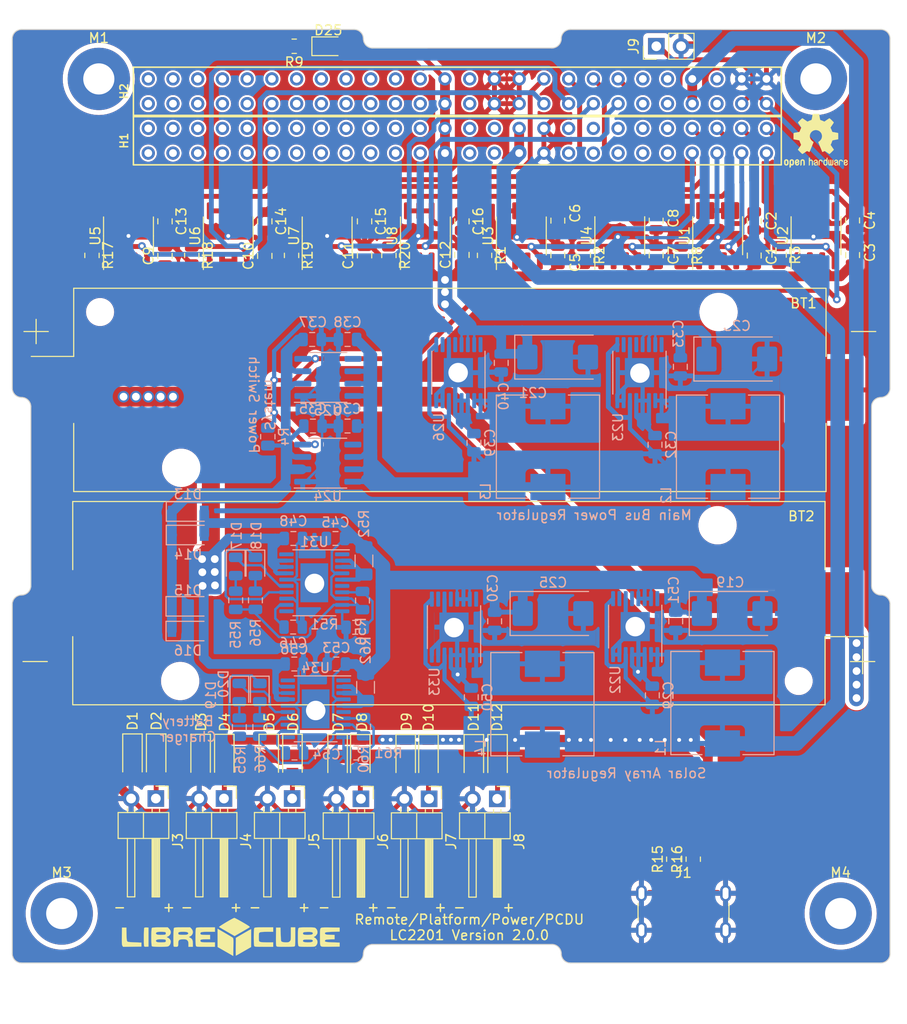
<source format=kicad_pcb>
(kicad_pcb (version 20240108) (generator "pcbnew") (generator_version "8.0")
  (layers (0 "F.Cu" signal) (31 "B.Cu" signal) (34 "B.Paste" user) (35 "F.Paste" user) (36 "B.SilkS" user "B.Silkscreen") (37 "F.SilkS" user "F.Silkscreen") (38 "B.Mask" user) (39 "F.Mask" user) (44 "Edge.Cuts" user))
  (net 0 "")
  (net 1 "+5V")
  (net 2 "VBAT")
  (net 3 "PWR_3")
  (net 4 "PWR_4")
  (net 5 "PWR_1")
  (net 6 "PWR_2")
  (net 7 "PWR_5")
  (net 8 "PWR_6")
  (net 9 "PWR_7")
  (net 10 "Net-(D13-A)")
  (net 11 "Net-(U23-EN)")
  (net 12 "Net-(U31-CR)")
  (net 13 "Net-(U34-CR)")
  (net 14 "Net-(D1-A)")
  (net 15 "Net-(D3-A)")
  (net 16 "Net-(D5-A)")
  (net 17 "Net-(D7-A)")
  (net 18 "Net-(D10-A)")
  (net 19 "Net-(D11-A)")
  (net 20 "Net-(D17-K)")
  (net 21 "Net-(D17-A)")
  (net 22 "Net-(D18-K)")
  (net 23 "Net-(D18-A)")
  (net 24 "Net-(D19-K)")
  (net 25 "Net-(D19-A)")
  (net 26 "Net-(D20-K)")
  (net 27 "Net-(D20-A)")
  (net 28 "Net-(D25-K)")
  (net 50 "PWR_8")
  (net 52 "ENA_PWR_1")
  (net 53 "ENA_PWR_2")
  (net 71 "Net-(L1-Pad1)")
  (net 72 "Net-(L2-Pad1)")
  (net 73 "Net-(L3-Pad1)")
  (net 74 "Net-(L4-Pad1)")
  (net 96 "ENA_PWR_4")
  (net 97 "ENA_PWR_3")
  (net 99 "/Semi_Regulated_Bus")
  (net 102 "CHARGE")
  (net 104 "ENA_PWR_8")
  (net 105 "ENA_PWR_7")
  (net 106 "ENA_PWR_6")
  (net 107 "ENA_PWR_5")
  (net 114 "KS_OPEN")
  (net 115 "Net-(J1-CC1)")
  (net 116 "Net-(J1-CC2)")
  (net 117 "Net-(U31-APG{slash}THERM)")
  (net 118 "Net-(U31-ISNS)")
  (net 119 "Net-(U34-APG{slash}THERM)")
  (net 120 "Net-(U34-ISNS)")
  (net 127 "GND")
  (footprint "librecube_pcb_template:ESQ-126-39-x-D" (layer "F.Cu") (at 96.52 53.975)
    (property "Reference" "H1")
    (property "Value" "CONN_02X26")
  )
  (footprint "librecube_pcb_template:ESQ-126-39-x-D" (layer "F.Cu") (at 96.52 48.895)
    (property "Reference" "H2")
    (property "Value" "CONN_02X26")
  )
  (footprint "MountingHole:MountingHole_3.2mm_M3_Pad" (layer "F.Cu") (at 91.44 46.355)
    (property "Reference" "M1")
    (property "Value" "MountingHole")
  )
  (footprint "MountingHole:MountingHole_3.2mm_M3_Pad" (layer "F.Cu") (at 165.1 46.355)
    (property "Reference" "M2")
    (property "Value" "MountingHole")
  )
  (footprint "MountingHole:MountingHole_3.2mm_M3_Pad" (layer "F.Cu") (at 87.63 132.08)
    (property "Reference" "M3")
    (property "Value" "MountingHole")
  )
  (footprint "MountingHole:MountingHole_3.2mm_M3_Pad" (layer "F.Cu") (at 167.64 132.08)
    (property "Reference" "M4")
    (property "Value" "MountingHole")
  )
  (footprint "Capacitor_SMD:C_0805_2012Metric" (layer "F.Cu") (at 158.7643 64.497368 90)
    (property "Reference" "C1")
    (property "Value" "0.1uF")
  )
  (footprint "Capacitor_SMD:C_0805_2012Metric" (layer "F.Cu") (at 158.7643 60.941368 -90)
    (property "Reference" "C2")
    (property "Value" "0.1uF")
  )
  (footprint "Capacitor_SMD:C_0805_2012Metric" (layer "F.Cu") (at 168.8713 64.447368 90)
    (property "Reference" "C3")
    (property "Value" "0.1uF")
  )
  (footprint "Package_SO:SO-8_3.9x4.9mm_P1.27mm" (layer "F.Cu") (at 165.111212 62.46 90)
    (property "Reference" "U2")
    (property "Value" "TPS2034")
  )
  (footprint "Package_SO:SO-8_3.9x4.9mm_P1.27mm" (layer "F.Cu") (at 134.841212 62.485 90)
    (property "Reference" "U3")
    (property "Value" "TPS2034")
  )
  (footprint "Package_SO:SO-8_3.9x4.9mm_P1.27mm" (layer "F.Cu") (at 155.011212 62.46 90)
    (property "Reference" "U1")
    (property "Value" "TPS2034")
  )
  (footprint "Capacitor_SMD:C_0805_2012Metric" (layer "F.Cu") (at 168.8713 60.891368 -90)
    (property "Reference" "C4")
    (property "Value" "0.1uF")
  )
  (footprint "Capacitor_SMD:C_0805_2012Metric" (layer "F.Cu") (at 138.591212 64.4675 90)
    (property "Reference" "C5")
    (property "Value" "0.1uF")
  )
  (footprint "Capacitor_SMD:C_0805_2012Metric" (layer "F.Cu") (at 138.591212 60.9115 -90)
    (property "Reference" "C6")
    (property "Value" "0.1uF")
  )
  (footprint "Package_SO:SO-8_3.9x4.9mm_P1.27mm" (layer "F.Cu") (at 144.954142 62.459632 90)
    (property "Reference" "U4")
    (property "Value" "TPS2034")
  )
  (footprint "Capacitor_SMD:C_0805_2012Metric" (layer "F.Cu") (at 148.692142 64.4725 90)
    (property "Reference" "C7")
    (property "Value" "0.1uF")
  )
  (footprint "Capacitor_SMD:C_0805_2012Metric" (layer "F.Cu") (at 148.692142 60.9165 -90)
    (property "Reference" "C8")
    (property "Value" "0.1uF")
  )
  (footprint "Connector_PinHeader_2.54mm:PinHeader_1x02_P2.54mm_Vertical" (layer "F.Cu") (at 148.71 43 90)
    (property "Reference" "J9")
    (property "Value" "Conn_01x02")
  )
  (footprint "Diode_SMD:D_SOD-123" (layer "F.Cu") (at 122.965 115.95 -90)
    (property "Reference" "D9")
    (property "Value" "D_Schottky")
  )
  (footprint "Diode_SMD:D_SOD-123" (layer "F.Cu") (at 118.3 115.95 -90)
    (property "Reference" "D8")
    (property "Value" "D_Schottky")
  )
  (footprint "Diode_SMD:D_SOD-123" (layer "F.Cu") (at 132.4 115.95 -90)
    (property "Reference" "D12")
    (property "Value" "D_Schottky")
  )
  (footprint "Diode_SMD:D_SOD-123" (layer "F.Cu") (at 115.965 115.95 -90)
    (property "Reference" "D7")
    (property "Value" "D_Schottky")
  )
  (footprint "Diode_SMD:D_SOD-123" (layer "F.Cu") (at 125.3 115.95 -90)
    (property "Reference" "D10")
    (property "Value" "D_Schottky")
  )
  (footprint "Connector_PinHeader_2.54mm:PinHeader_1x02_P2.54mm_Horizontal" (layer "F.Cu") (at 125.365 120.2975 -90)
    (property "Reference" "J7")
    (property "Value" "Conn_01x02")
  )
  (footprint "Connector_PinHeader_2.54mm:PinHeader_1x02_P2.54mm_Horizontal" (layer "F.Cu") (at 132.365 120.2975 -90)
    (property "Reference" "J8")
    (property "Value" "Conn_01x02")
  )
  (footprint "Connector_PinHeader_2.54mm:PinHeader_1x02_P2.54mm_Horizontal" (layer "F.Cu") (at 118.365 120.2975 -90)
    (property "Reference" "J6")
    (property "Value" "Conn_01x02")
  )
  (footprint "Battery:BatteryHolder_Keystone_1042_1x18650" (layer "F.Cu") (at 127.4 100.2 180)
    (property "Reference" "BT2")
    (property "Value" "Battery_Cell")
  )
  (footprint "Battery:BatteryHolder_Keystone_1042_1x18650" (layer "F.Cu") (at 127.5 78.3)
    (property "Reference" "BT1")
    (property "Value" "Battery_Cell")
  )
  (footprint "Symbol:OSHW-Logo2_7.3x6mm_SilkScreen" (layer "F.Cu") (at 165.1 52.7)
    (property "Reference" "REF**" (hide yes))
    (property "Value" "OSHW-Logo2_7.3x6mm_SilkScreen" (hide yes))
  )
  (footprint "Diode_SMD:D_SOD-123" (layer "F.Cu") (at 101.896 115.9205 -90)
    (property "Reference" "D3")
    (property "Value" "D_Schottky")
  )
  (footprint "Connector_PinHeader_2.54mm:PinHeader_1x02_P2.54mm_Horizontal" (layer "F.Cu") (at 97.296 120.268 -90)
    (property "Reference" "J3")
    (property "Value" "Conn_01x02")
  )
  (footprint "Diode_SMD:D_SOD-123" (layer "F.Cu") (at 111.331 115.9205 -90)
    (property "Reference" "D6")
    (property "Value" "D_Schottky")
  )
  (footprint "Connector_PinHeader_2.54mm:PinHeader_1x02_P2.54mm_Horizontal" (layer "F.Cu") (at 104.296 120.268 -90)
    (property "Reference" "J4")
    (property "Value" "Conn_01x02")
  )
  (footprint "Diode_SMD:D_SOD-123" (layer "F.Cu") (at 104.331 115.9205 -90)
    (property "Reference" "D4")
    (property "Value" "D_Schottky")
  )
  (footprint "Diode_SMD:D_SOD-123" (layer "F.Cu") (at 108.896 115.9205 -90)
    (property "Reference" "D5")
    (property "Value" "D_Schottky")
  )
  (footprint "Diode_SMD:D_SOD-123" (layer "F.Cu") (at 97.331 115.883 -90)
    (property "Reference" "D2")
    (property "Value" "D_Schottky")
  )
  (footprint "Connector_PinHeader_2.54mm:PinHeader_1x02_P2.54mm_Horizontal" (layer "F.Cu") (at 111.296 120.268 -90)
    (property "Reference" "J5")
    (property "Value" "Conn_01x02")
  )
  (footprint "librecube_pcb_template:LibreCube_logo_22.4mm" (layer "F.Cu") (at 105 134.5)
    (property "Reference" "G***" (hide yes))
    (property "Value" "LOGO" (hide yes))
  )
  (footprint "Diode_SMD:D_SOD-123" (layer "F.Cu") (at 129.965 115.95 -90)
    (property "Reference" "D11")
    (property "Value" "D_Schottky")
  )
  (footprint "Diode_SMD:D_SOD-123" (layer "F.Cu") (at 94.896 115.883 -90)
    (property "Reference" "D1")
    (property "Value" "D_Schottky")
  )
  (footprint "Package_SO:SO-8_3.9x4.9mm_P1.27mm" (layer "F.Cu") (at 124.988 62.484 90)
    (property "Reference" "U8")
    (property "Value" "TPS2034")
  )
  (footprint "Capacitor_SMD:C_0805_2012Metric" (layer "F.Cu") (at 98.238 60.984 -90)
    (property "Reference" "C13")
    (property "Value" "0.1uF")
  )
  (footprint "Capacitor_SMD:C_0805_2012Metric" (layer "F.Cu") (at 108.488 60.984 -90)
    (property "Reference" "C14")
    (property "Value" "0.1uF")
  )
  (footprint "Resistor_SMD:R_0805_2012Metric" (layer "F.Cu") (at 161.3213 64.447368 -90)
    (property "Reference" "R3")
    (property "Value" "1M")
  )
  (footprint "Resistor_SMD:R_0805_2012Metric" (layer "F.Cu") (at 131.0653 64.481368 -90)
    (property "Reference" "R1")
    (property "Value" "1M")
  )
  (footprint "Diode_SMD:D_0805_2012Metric" (layer "F.Cu") (at 115.0125 43)
    (property "Reference" "D25")
    (property "Value" "LED")
  )
  (footprint "Capacitor_SMD:C_0805_2012Metric" (layer "F.Cu") (at 118.738 60.984 -90)
    (property "Reference" "C15")
    (property "Value" "0.1uF")
  )
  (footprint "Capacitor_SMD:C_0805_2012Metric" (layer "F.Cu") (at 98.238 64.534 90)
    (property "Reference" "C9")
    (property "Value" "0.1uF")
  )
  (footprint "Package_SO:SO-8_3.9x4.9mm_P1.27mm" (layer "F.Cu") (at 114.893 62.484 90)
    (property "Reference" "U7")
    (property "Value" "TPS2034")
  )
  (footprint "Resistor_SMD:R_0805_2012Metric" (layer "F.Cu") (at 90.738 64.484 -90)
    (property "Reference" "R17")
    (property "Value" "1M")
  )
  (footprint "Package_SO:SO-8_3.9x4.9mm_P1.27mm" (layer "F.Cu") (at 104.738 62.484 90)
    (property "Reference" "U6")
    (property "Value" "TPS2034")
  )
  (footprint "Resistor_SMD:R_0805_2012Metric" (layer "F.Cu") (at 141.21023 64.46 -90)
    (property "Reference" "R2")
    (property "Value" "1M")
  )
  (footprint "Capacitor_SMD:C_0805_2012Metric" (layer "F.Cu") (at 118.738 64.484 90)
    (property "Reference" "C11")
    (property "Value" "0.1uF")
  )
  (footprint "Resistor_SMD:R_0805_2012Metric" (layer "F.Cu") (at 121.238 64.484 -90)
    (property "Reference" "R20")
    (property "Value" "1M")
  )
  (footprint "Capacitor_SMD:C_0805_2012Metric" (layer "F.Cu") (at 108.488 64.534 90)
    (property "Reference" "C10")
    (property "Value" "0.1uF")
  )
  (footprint "Resistor_SMD:R_0805_2012Metric" (layer "F.Cu") (at 152.5 126.5 90)
    (property "Reference" "R16")
    (property "Value" "5.1k")
  )
  (footprint "Capacitor_SMD:C_0805_2012Metric" (layer "F.Cu") (at 128.738 60.984 -90)
    (property "Reference" "C16")
    (property "Value" "0.1uF")
  )
  (footprint "Resistor_SMD:R_0805_2012Metric" (layer "F.Cu") (at 100.988 64.484 -90)
    (property "Reference" "R18")
    (property "Value" "1M")
  )
  (footprint "Package_SO:SO-8_3.9x4.9mm_P1.27mm" (layer "F.Cu") (at 94.488 62.484 90)
    (property "Reference" "U5")
    (property "Value" "TPS2034")
  )
  (footprint "Resistor_SMD:R_0805_2012Metric" (layer "F.Cu") (at 151.2643 64.497368 -90)
    (property "Reference" "R8")
    (property "Value" "1M")
  )
  (footprint "Capacitor_SMD:C_0805_2012Metric" (layer "F.Cu") (at 128.738 64.434 90)
    (property "Reference" "C12")
    (property "Value" "0.1uF")
  )
  (footprint "Resistor_SMD:R_0805_2012Metric" (layer "F.Cu") (at 111.238 64.484 -90)
    (property "Reference" "R19")
    (property "Value" "1M")
  )
  (footprint "Connector_USB:USB_C_Receptacle_GCT_USB4125-xx-x-0190_6P_TopMnt_Horizontal" (layer "F.Cu") (at 151.5 133)
    (property "Reference" "J1")
    (property "Value" "USB_C_Receptacle_PowerOnly_6P" (hide yes))
  )
  (footprint "Resistor_SMD:R_0805_2012Metric" (layer "F.Cu") (at 150.5 126.5 90)
    (property "Reference" "R15")
    (property "Value" "5.1k")
  )
  (footprint "Resistor_SMD:R_0805_2012Metric" (layer "F.Cu") (at 111.5125 43 180)
    (property "Reference" "R9")
    (property "Value" "1.5k")
  )
  (footprint "Diode_SMD:D_SOD-123" (layer "B.Cu") (at 100.619583 93.202917)
    (property "Reference" "D14")
    (property "Value" "D_Schottky")
  )
  (footprint "Package_SO:HTSSOP-20-1EP_4.4x6.5mm_P0.65mm_EP2.85x4mm" (layer "B.Cu") (at 113.576083 98.108958 180)
    (property "Reference" "U31")
    (property "Value" "bq24002")
  )
  (footprint "Capacitor_SMD:C_0805_2012Metric" (layer "B.Cu") (at 148.575 83.925 90)
    (property "Reference" "C32")
    (property "Value" "10uF")
  )
  (footprint "Capacitor_SMD:C_0805_2012Metric" (layer "B.Cu") (at 151.175 75.925 -90)
    (property "Reference" "C33")
    (property "Value" "2.2uF")
  )
  (footprint "Capacitor_SMD:C_0805_2012Metric" (layer "B.Cu") (at 113.433 82.009)
    (property "Reference" "C35")
    (property "Value" "0.1uF")
  )
  (footprint "Capacitor_SMD:C_0805_2012Metric" (layer "B.Cu") (at 116.989 82.009 180)
    (property "Reference" "C36")
    (property "Value" "0.1uF")
  )
  (footprint "Capacitor_SMD:C_0805_2012Metric" (layer "B.Cu") (at 113.3545 73.119)
    (property "Reference" "C37")
    (property "Value" "0.1uF")
  )
  (footprint "Capacitor_SMD:C_0805_2012Metric" (layer "B.Cu") (at 116.989 73.119 180)
    (property "Reference" "C38")
    (property "Value" "0.1uF")
  )
  (footprint "Capacitor_SMD:C_0805_2012Metric" (layer "B.Cu") (at 111.401083 102.658958)
    (property "Reference" "C46")
    (property "Value" "0.22uF")
  )
  (footprint "Capacitor_SMD:C_0805_2012Metric" (layer "B.Cu") (at 111.426083 93.558958)
    (property "Reference" "C48")
    (property "Value" "10uF")
  )
  (footprint "Diode_SMD:D_SOD-123" (layer "B.Cu") (at 100.623983 90.791037)
    (property "Reference" "D13")
    (property "Value" "D_Schottky")
  )
  (footprint "Diode_SMD:D_SOD-123" (layer "B.Cu") (at 100.594583 100.527917)
    (property "Reference" "D15")
    (property "Value" "D_Schottky")
  )
  (footprint "Diode_SMD:D_SOD-123" (layer "B.Cu") (at 100.594583 103.067917)
    (property "Reference" "D16")
    (property "Value" "D_Schottky")
  )
  (footprint "Diode_SMD:D_0805_2012Metric" (layer "B.Cu") (at 105.501083 96.433958 -90)
    (property "Reference" "D17")
    (property "Value" "LED")
  )
  (footprint "Diode_SMD:D_0805_2012Metric" (layer "B.Cu") (at 107.526083 96.433958 -90)
    (property "Reference" "D18")
    (property "Value" "LED")
  )
  (footprint "Diode_SMD:D_0805_2012Metric" (layer "B.Cu") (at 105.875 109.3875 -90)
    (property "Reference" "D19")
    (property "Value" "LED")
  )
  (footprint "Inductor_SMD:L_10.4x10.4_H4.8" (layer "B.Cu") (at 156.072 84.129 -90)
    (property "Reference" "L2")
    (property "Value" "6.8uH")
  )
  (footprint "Resistor_SMD:R_0805_2012Metric" (layer "B.Cu") (at 118.526083 99.933958 90)
    (property "Reference" "R50")
    (property "Value" "309k")
  )
  (footprint "Resistor_SMD:R_0805_2012Metric" (layer "B.Cu") (at 117.776083 102.683958 180)
    (property "Reference" "R51")
    (property "Value" "110k")
  )
  (footprint "Resistor_SMD:R_1206_3216Metric" (layer "B.Cu") (at 118.676083 95.858958 90)
    (property "Reference" "R52")
    (property "Value" "0.1")
  )
  (footprint "Resistor_SMD:R_0805_2012Metric" (layer "B.Cu") (at 105.501083 99.908958 90)
    (property "Reference" "R55")
    (property "Value" "1.5k")
  )
  (footprint "Resistor_SMD:R_0805_2012Metric" (layer "B.Cu") (at 107.526083 99.908958 90)
    (property "Reference" "R56")
    (property "Value" "1.5k")
  )
  (footprint "Package_SO:HTSSOP-16-1EP_4.4x5mm_P0.65mm_EP3x3mm" (layer "B.Cu") (at 146.975 76.525 90)
    (property "Reference" "U23")
    (property "Value" "TPS61032")
  )
  (footprint "Package_SO:SO-8_3.9x4.9mm_P1.27mm" (layer "B.Cu") (at 114.957 85.819)
    (property "Reference" "U24")
    (property "Value" "TPS2034")
  )
  (footprint "Package_SO:SO-8_3.9x4.9mm_P1.27mm" (layer "B.Cu") (at 114.975 77.015)
    (property "Reference" "U25")
    (property "Value" "TPS2034")
  )
  (footprint "Capacitor_Tantalum_SMD:CP_EIA-7343-31_Kemet-D" (layer "B.Cu") (at 138.575 74.925)
    (property "Reference" "C21")
    (property "Value" "220uF")
  )
  (footprint "Capacitor_Tantalum_SMD:CP_EIA-7343-31_Kemet-D" (layer "B.Cu") (at 156.975 75.125)
    (property "Reference" "C23")
    (property "Value" "220uF")
  )
  (footprint "Capacitor_Tantalum_SMD:CP_EIA-7343-31_Kemet-D" (layer "B.Cu") (at 138.1 101.2625)
    (property "Reference" "C25")
    (property "Value" "220uF")
  )
  (footprint "Capacitor_SMD:C_0805_2012Metric" (layer "B.Cu") (at 129.975 83.725 90)
    (property "Reference" "C39")
    (property "Value" "10uF")
  )
  (footprint "Capacitor_SMD:C_0805_2012Metric" (layer "B.Cu") (at 132.775 75.525 -90)
    (property "Reference" "C40")
    (property "Value" "2.2uF")
  )
  (footprint "Inductor_SMD:L_10.4x10.4_H4.8" (layer "B.Cu") (at 137.575 84.125 -90)
    (property "Reference" "L3")
    (property "Value" "6.8uH")
  )
  (footprint "Package_SO:HTSSOP-16-1EP_4.4x5mm_P0.65mm_EP3x3mm" (layer "B.Cu") (at 128.375 76.525 90)
    (property "Reference" "U26")
    (property "Value" "TPS61032")
  )
  (footprint "Package_SO:HTSSOP-16-1EP_4.4x5mm_P0.65mm_EP3x3mm" (layer "B.Cu") (at 127.925 102.6625 90)
    (property "Reference" "U33")
    (property "Value" "TPS61032")
  )
  (footprint "Capacitor_SMD:C_0805_2012Metric" (layer "B.Cu") (at 132.1 102.0625 -90)
    (property "Reference" "C30")
    (property "Value" "2.2uF")
  )
  (footprint "Capacitor_SMD:C_0805_2012Metric" (layer "B.Cu") (at 150.7 102.0625 -90)
    (property "Reference" "C51")
    (property "Value" "2.2uF")
  )
  (footprint "Inductor_SMD:L_10.4x10.4_H4.8" (layer "B.Cu") (at 137.0048 110.5795 -90)
    (property "Reference" "L4")
    (property "Value" "6.8uH")
  )
  (footprint "Capacitor_SMD:C_0805_2012Metric" (layer "B.Cu") (at 129.7 109.8625 90)
    (property "Reference" "C50")
    (property "Value" "10uF")
  )
  (footprint "Capacitor_SMD:C_0805_2012Metric" (layer "B.Cu") (at 148.3 109.6625 90)
    (property "Reference" "C29")
    (property "Value" "10uF")
  )
  (footprint "Capacitor_Tantalum_SMD:CP_EIA-7343-31_Kemet-D" (layer "B.Cu") (at 156.5 101.2625)
    (property "Reference" "C19")
    (property "Value" "220uF")
  )
  (footprint "Inductor_SMD:L_10.4x10.4_H4.8" (layer "B.Cu") (at 155.5 110.4625 -90)
    (property "Reference" "L1")
    (property "Value" "6.8uH")
  )
  (footprint "Package_SO:HTSSOP-16-1EP_4.4x5mm_P0.65mm_EP3x3mm" (layer "B.Cu") (at 146.539 102.6105 90)
    (property "Reference" "U22")
    (property "Value" "TPS61032")
  )
  (footprint "Capacitor_SMD:C_0805_2012Metric" (layer "B.Cu") (at 115.751083 93.558958 180)
    (property "Reference" "C45")
    (property "Value" "10uF")
  )
  (footprint "Capacitor_SMD:C_0805_2012Metric" (layer "B.Cu") (at 111.519583 106.452917)
    (property "Reference" "C56")
    (property "Value" "10uF")
  )
  (footprint "Capacitor_SMD:C_0805_2012Metric" (layer "B.Cu") (at 115.837583 106.452917 180)
    (property "Reference" "C53")
    (property "Value" "10uF")
  )
  (footprint "Diode_SMD:D_0805_2012Metric" (layer "B.Cu") (at 107.975 109.3875 -90)
    (property "Reference" "D20")
    (property "Value" "LED")
  )
  (footprint "Package_SO:HTSSOP-20-1EP_4.4x6.5mm_P0.65mm_EP2.85x4mm" (layer "B.Cu") (at 113.713583 111.057917 180)
    (property "Reference" "U34")
    (property "Value" "bq24002")
  )
  (footprint "Resistor_SMD:R_0805_2012Metric" (layer "B.Cu") (at 118.641583 112.895917 90)
    (property "Reference" "R60")
    (property "Value" "309k")
  )
  (footprint "Resistor_SMD:R_0805_2012Metric" (layer "B.Cu") (at 117.891583 115.595917 180)
    (property "Reference" "R61")
    (property "Value" "110k")
  )
  (footprint "Resistor_SMD:R_0805_2012Metric" (layer "B.Cu") (at 107.975 112.925 90)
    (property "Reference" "R66")
    (property "Value" "1.5k")
  )
  (footprint "Capacitor_SMD:C_0805_2012Metric" (layer "B.Cu") (at 111.541583 115.595917)
    (property "Reference" "C54")
    (property "Value" "0.22uF")
  )
  (footprint "Resistor_SMD:R_1206_3216Metric" (layer "B.Cu") (at 118.841583 108.845917 90)
    (property "Reference" "R62")
    (property "Value" "0.1")
  )
  (footprint "Resistor_SMD:R_0805_2012Metric" (layer "B.Cu") (at 105.875 112.9375 90)
    (property "Reference" "R65")
    (property "Value" "1.5k")
  )
  (footprint "Resistor_SMD:R_0805_2012Metric" (layer "B.Cu") (at 108.8 83.1 90)
    (property "Reference" "R4")
    (property "Value" "1M")
  )
  (gr_rect (start 100.8 94.975) (end 103.95 99.2) (stroke (width 0.2)) (fill solid) (layer "B.Cu") (net 2))
  (gr_arc (start 83.5025 79.0702) (mid 82.828981 78.791219) (end 82.55 78.1177) (stroke (width 0.1)) (layer "Edge.Cuts"))
  (gr_arc (start 82.55 42.2275) (mid 82.828981 41.553981) (end 83.5025 41.275) (stroke (width 0.1)) (layer "Edge.Cuts"))
  (gr_arc (start 171.7675 41.275) (mid 172.441019 41.553981) (end 172.72 42.2275) (stroke (width 0.1)) (layer "Edge.Cuts"))
  (gr_arc (start 172.72 136.2075) (mid 172.441019 136.881019) (end 171.7675 137.16) (stroke (width 0.1)) (layer "Edge.Cuts"))
  (gr_arc (start 172.72 78.1177) (mid 172.441019 78.791219) (end 171.7675 79.0702) (stroke (width 0.1)) (layer "Edge.Cuts"))
  (gr_arc (start 171.7675 99.3648) (mid 172.441019 99.643781) (end 172.72 100.3173) (stroke (width 0.1)) (layer "Edge.Cuts"))
  (gr_arc (start 171.7675 99.3648) (mid 171.093981 99.085819) (end 170.815 98.4123) (stroke (width 0.1)) (layer "Edge.Cuts"))
  (gr_line (start 172.72 100.3173) (end 172.72 136.2075) (stroke (width 0.1)) (layer "Edge.Cuts"))
  (gr_line (start 170.815 80.0227) (end 170.815 98.4123) (stroke (width 0.1)) (layer "Edge.Cuts"))
  (gr_line (start 172.72 42.2275) (end 172.72 78.1177) (stroke (width 0.1)) (layer "Edge.Cuts"))
  (gr_arc (start 170.815 80.0227) (mid 171.093981 79.349181) (end 171.7675 79.0702) (stroke (width 0.1)) (layer "Edge.Cuts"))
  (gr_arc (start 137.9855 135.255) (mid 138.659019 135.533981) (end 138.938 136.2075) (stroke (width 0.1)) (layer "Edge.Cuts"))
  (gr_arc (start 139.8905 137.16) (mid 139.216981 136.881019) (end 138.938 136.2075) (stroke (width 0.1)) (layer "Edge.Cuts"))
  (gr_line (start 119.5705 135.255) (end 137.9855 135.255) (stroke (width 0.1)) (layer "Edge.Cuts"))
  (gr_arc (start 117.6655 41.275) (mid 118.339019 41.553981) (end 118.618 42.2275) (stroke (width 0.1)) (layer "Edge.Cuts"))
  (gr_line (start 83.5025 41.275) (end 117.6655 41.275) (stroke (width 0.1)) (layer "Edge.Cuts"))
  (gr_line (start 139.8905 41.275) (end 171.7675 41.275) (stroke (width 0.1)) (layer "Edge.Cuts"))
  (gr_arc (start 138.938 42.2275) (mid 139.216981 41.553981) (end 139.8905 41.275) (stroke (width 0.1)) (layer "Edge.Cuts"))
  (gr_arc (start 119.5705 43.18) (mid 118.896981 42.901019) (end 118.618 42.2275) (stroke (width 0.1)) (layer "Edge.Cuts"))
  (gr_line (start 119.5705 43.18) (end 137.9855 43.18) (stroke (width 0.1)) (layer "Edge.Cuts"))
  (gr_arc (start 138.938 42.2275) (mid 138.659019 42.901019) (end 137.9855 43.18) (stroke (width 0.1)) (layer "Edge.Cuts"))
  (gr_arc (start 118.618 136.2075) (mid 118.339019 136.881019) (end 117.6655 137.16) (stroke (width 0.1)) (layer "Edge.Cuts"))
  (gr_arc (start 118.618 136.2075) (mid 118.896981 135.533981) (end 119.5705 135.255) (stroke (width 0.1)) (layer "Edge.Cuts"))
  (gr_arc (start 82.55 100.3173) (mid 82.828981 99.643781) (end 83.5025 99.3648) (stroke (width 0.1)) (layer "Edge.Cuts"))
  (gr_arc (start 84.455 98.4123) (mid 84.176019 99.085819) (end 83.5025 99.3648) (stroke (width 0.1)) (layer "Edge.Cuts"))
  (gr_arc (start 83.5025 79.0702) (mid 84.176019 79.349181) (end 84.455 80.0227) (stroke (width 0.1)) (layer "Edge.Cuts"))
  (gr_line (start 84.455 80.0227) (end 84.455 98.4123) (stroke (width 0.1)) (layer "Edge.Cuts"))
  (gr_line (start 139.8905 137.16) (end 171.7675 137.16) (stroke (width 0.1)) (layer "Edge.Cuts"))
  (gr_line (start 83.5025 137.16) (end 117.6655 137.16) (stroke (width 0.1)) (layer "Edge.Cuts"))
  (gr_line (start 82.55 42.2275) (end 82.55 78.1177) (stroke (width 0.1)) (layer "Edge.Cuts"))
  (gr_line (start 82.55 100.3173) (end 82.55 136.2075) (stroke (width 0.1)) (layer "Edge.Cuts"))
  (gr_arc (start 83.5025 137.16) (mid 82.828981 136.881019) (end 82.55 136.2075) (stroke (width 0.1)) (layer "Edge.Cuts"))
  (gr_text "Battery\nCharger" (at 100.6 113.125 0) (layer "B.SilkS") (effects (font (size 1 1)) (justify mirror)))
  (gr_text "Solar Array Regulator" (at 145.65 117.675 0) (layer "B.SilkS") (effects (font (size 1 1)) (justify mirror)))
  (gr_text "System\nPower Switch" (at 108.175 79.815 270) (layer "B.SilkS") (effects (font (size 1 1)) (justify mirror)))
  (gr_text "Main Bus Power Regulator" (at 142.325 91.15 0) (layer "B.SilkS") (effects (font (size 1 1)) (justify mirror)))
  (gr_text "-     +" (at 103.006 131.418 0) (layer "F.SilkS") (effects (font (size 1 1))))
  (gr_text "-     +" (at 96.106 131.418 0) (layer "F.SilkS") (effects (font (size 1 1))))
  (gr_text "-     +" (at 110.006 131.418 0) (layer "F.SilkS") (effects (font (size 1 1))))
  (gr_text "-     +" (at 117.106 131.418 0) (layer "F.SilkS") (effects (font (size 1 1))))
  (gr_text "-     +" (at 124.006 131.418 0) (layer "F.SilkS") (effects (font (size 1 1))))
  (gr_text "Remote/Platform/Power/PCDU\nLC2201 Version 2.0.0" (at 129.5 133.5 0) (layer "F.SilkS") (effects (font (size 1 1))))
  (gr_text "-     +" (at 131.006 131.418 0) (layer "F.SilkS") (effects (font (size 1 1))))
  (segment (start 116.675 43.725) (end 117.6625 43.725) (width 0.5) (layer "F.Cu") (net 1))
  (segment (start 167.622168 66.634) (end 168.8713 65.384868) (width 1) (layer "F.Cu") (net 1))
  (segment (start 115.95 43) (end 116.675 43.725) (width 0.5) (layer "F.Cu") (net 1))
  (segment (start 148.692142 65.41) (end 148.692142 65.4695) (width 0.5) (layer "F.Cu") (net 1))
  (segment (start 167.896168 66.36) (end 166.617684 66.36) (width 0.5) (layer "F.Cu") (net 1))
  (segment (start 146.459862 66.359632) (end 147.74251 66.359632) (width 0.5) (layer "F.Cu") (net 1))
  (segment (start 127 46.355) (end 127 53.975) (width 1) (layer "F.Cu") (net 1))
  (segment (start 168.8713 65.384868) (end 167.896168 66.36) (width 0.5) (layer "F.Cu") (net 1))
  (segment (start 105.373 65.934) (end 105.923 66.484) (width 0.5) (layer "F.Cu") (net 1))
  (segment (start 97.238 66.484) (end 98.238 65.484) (width 0.5) (layer "F.Cu") (net 1))
  (segment (start 147.74251 66.359632) (end 148.692142 65.41) (width 0.5) (layer "F.Cu") (net 1))
  (segment (start 105.923 66.484) (end 107.488 66.484) (width 0.5) (layer "F.Cu") (net 1))
  (segment (start 125.623 65.059) (end 125.623 65.934) (width 0.5) (layer "F.Cu") (net 1))
  (segment (start 114.258 65.059) (end 115.528 65.059) (width 0.5) (layer "F.Cu") (net 1))
  (segment (start 104.103 65.059) (end 105.373 65.059) (width 0.5) (layer "F.Cu") (net 1))
  (segment (start 95.673 66.484) (end 95.823 66.634) (width 1) (layer "F.Cu") (net 1))
  (segment (start 125.623 65.934) (end 126.073 66.384) (width 0.5) (layer "F.Cu") (net 1))
  (segment (start 135.476212 65.06) (end 135.476212 65.513528) (width 0.5) (layer "F.Cu") (net 1))
  (segment (start 95.673 66.484) (end 97.238 66.484) (width 0.5) (layer "F.Cu") (net 1))
  (segment (start 145.589142 65.034632) (end 145.589142 65.488912) (width 0.5) (layer "F.Cu") (net 1))
  (segment (start 127 66.634) (end 167.622168 66.634) (width 1) (layer "F.Cu") (net 1))
  (segment (start 135.476212 65.06) (end 134.206212 65.06) (width 0.5) (layer "F.Cu") (net 1))
  (segment (start 157.839168 66.36) (end 158.7643 65.434868) (width 0.5) (layer "F.Cu") (net 1))
  (segment (start 166.617684 66.36) (end 165.746212 65.488528) (width 0.5) (layer "F.Cu") (net 1))
  (segment (start 127 69.5) (end 127 67) (width 1.4986) (layer "F.Cu") (net 1))
  (segment (start 117.624 66.548) (end 118.738 65.434) (width 0.5) (layer "F.Cu") (net 1))
  (segment (start 126.073 66.384) (end 127.738 66.384) (width 0.5) (layer "F.Cu") (net 1))
  (segment (start 145.589142 65.488912) (end 146.459862 66.359632) (width 0.5) (layer "F.Cu") (net 1))
  (segment (start 105.373 65.059) (end 105.373 65.934) (width 0.5) (layer "F.Cu") (net 1))
  (segment (start 155.646212 65.488528) (end 156.517684 66.36) (width 0.5) (layer "F.Cu") (net 1))
  (segment (start 135.476212 65.513528) (end 136.347684 66.385) (width 0.5) (layer "F.Cu") (net 1))
  (segment (start 116.142 66.548) (end 117.624 66.548) (width 0.5) (layer "F.Cu") (net 1))
  (segment (start 124.37 43.725) (end 127 46.355) (width 0.5) (layer "F.Cu") (net 1))
  (segment (start 136.347684 66.385) (end 137.611212 66.385) (width 0.5) (layer "F.Cu") (net 1))
  (segment (start 115.528 65.059) (end 115.528 65.934) (width 0.5) (layer "F.Cu") (net 1))
  (segment (start 154.376212 65.035) (end 155.646212 65.035) (width 0.5) (layer "F.Cu") (net 1))
  (segment (start 145.589142 65.034632) (end 144.319142 65.034632) (width 0.5) (layer "F.Cu") (net 1))
  (segment (start 137.611212 66.385) (end 138.591212 65.405) (width 0.5) (layer "F.Cu") (net 1))
  (segment (start 165.746212 65.035) (end 164.476212 65.035) (width 0.5) (layer "F.Cu") (net 1))
  (segment (start 117.6625 43.725) (end 124.37 43.725) (width 0.5) (layer "F.Cu") (net 1))
  (segment (start 156.517684 66.36) (end 157.839168 66.36) (width 0.5) (layer "F.Cu") (net 1))
  (segment (start 115.528 65.934) (end 116.142 66.548) (width 0.5) (layer "F.Cu") (net 1))
  (segment (start 107.488 66.484) (end 108.488 65.484) (width 0.5) (layer "F.Cu") (net 1))
  (segment (start 155.646212 65.035) (end 155.646212 65.488528) (width 0.5) (layer "F.Cu") (net 1))
  (segment (start 95.123 65.059) (end 95.123 65.934) (width 0.5) (layer "F.Cu") (net 1))
  (segment (start 95.823 66.634) (end 127 66.634) (width 1) (layer "F.Cu") (net 1))
  (segment (start 93.853 65.059) (end 95.123 65.059) (width 0.5) (layer "F.Cu") (net 1))
  (segment (start 124.353 65.059) (end 125.623 65.059) (width 0.5) (layer "F.Cu") (net 1))
  (segment (start 127.738 66.384) (end 128.738 65.384) (width 0.5) (layer "F.Cu") (net 1))
  (segment (start 165.746212 65.488528) (end 165.746212 65.035) (width 0.5) (layer "F.Cu") (net 1))
  (segment (start 95.123 65.934) (end 95.673 66.484) (width 0.5) (layer "F.Cu") (net 1))
  (via (at 127 67) (size 1.2) (drill 0.8) (layers "F.Cu" "B.Cu") (net 1))
  (via (at 127 69.5) (size 1.2) (drill 0.8) (layers "F.Cu" "B.Cu") (net 1))
  (via (at 127 68.25) (size 1.2) (drill 0.8) (layers "F.Cu" "B.Cu") (net 1))
  (segment (start 148.64699 72.17499) (end 153.21899 72.17499) (width 1) (layer "B.Cu") (net 1))
  (segment (start 129.35 73.65) (end 129.35 71.95) (width 0.25) (layer "B.Cu") (net 1))
  (segment (start 147.65901 72.17499) (end 148.64699 72.17499) (width 1) (layer "B.Cu") (net 1))
  (segment (start 148.6 73.65) (end 148.6 72.15) (width 0.25) (layer "B.Cu") (net 1))
  (segment (start 132.775 72.835) (end 132.115 72.175) (width 1) (layer "B.Cu") (net 1))
  (segment (start 127 69.25) (end 129.5 71.75) (width 1.5) (layer "B.Cu") (net 1))
  (segment (start 151.175 72.925) (end 151.175 72.525) (width 0.25) (layer "B.Cu") (net 1))
  (segment (start 147.95 72.8) (end 147.95 73.65) (width 0.25) (layer "B.Cu") (net 1))
  (segment (start 134.93099 72.17499) (end 147.65901 72.17499) (width 1) (layer "B.Cu") (net 1))
  (segment (start 135.4625 74.925) (end 135.4625 72.7065) (width 1) (layer "B.Cu") (net 1))
  (segment (start 148.6 72.15) (end 147.95 72.8) (width 0.25) (layer "B.Cu") (net 1))
  (segment (start 126.364352 63.5215) (end 126.364352 58.5215) (width 0.25) (layer "B.Cu") (net 1))
  (segment (start 127 53.975) (end 127 69.25) (width 1.5) (layer "B.Cu") (net 1))
  (segment (start 132.115 72.175) (end 128.825 72.175) (width 1) (layer "B.Cu") (net 1))
  (segment (start 128.7 73.65) (end 128.7 72.2) (width 0.25) (layer "B.Cu") (net 1))
  (segment (start 147.3 73.65) (end 147.3 72.875) (width 0.25) (layer "B.Cu") (net 1))
  (segment (start 135.4625 72.7065) (end 134.93099 72.17499) (width 1) (layer "B.Cu") (net 1))
  (segment (start 134.93098 72.175) (end 134.93099 72.17499) (width 1) (layer "B.Cu") (net 1))
  (segment (start 132.775 74.5875) (end 132.775 72.835) (width 1) (layer "B.Cu") (net 1))
  (segment (start 151.175 74.9875) (end 151.175 72.525) (width 1) (layer "B.Cu") (net 1))
  (segment (start 147.3 72.875) (end 148.05 72.125) (width 0.25) (layer "B.Cu") (net 1))
  (segment (start 153.8625 72.8185) (end 153.8625 75.125) (width 1) (layer "B.Cu") (net 1))
  (segment (start 151.175 74.9875) (end 151.175 72.925) (width 0.5) (layer "B.Cu") (net 1))
  (segment (start 128.825 72.175) (end 128.8 72.2) (width 1) (layer "B.Cu") (net 1))
  (segment (start 130 73.65) (end 130 71.95) (width 0.25) (layer "B.Cu") (net 1))
  (segment (start 135.125 74.5875) (end 135.4625 74.925) (width 1) (layer "B.Cu") (net 1))
  (segment (start 153.21899 72.17499) (end 153.8625 72.8185) (width 1) (layer "B.Cu") (net 1))
  (segment (start 132.775 74.5875) (end 135.125 74.5875) (width 1) (layer "B.Cu") (net 1))
  (segment (start 132.115 72.175) (end 134.93098 72.175) (width 1) (layer "B.Cu") (net 1))
  (segment (start 102.05 95.675) (end 103.35 95.675) (width 1) (layer "F.Cu") (net 2))
  (segment (start 148.466838 100.2) (end 165.9 100.2) (width 2.032) (layer "F.Cu") (net 2))
  (segment (start 127.260838 78.994) (end 148.466838 100.2) (width 2.032) (layer "F.Cu") (net 2))
  (segment (start 169.275 103.575) (end 165.9 100.2) (width 1.4986) (layer "F.Cu") (net 2))
  (segment (start 169.275 109.95) (end 169.275 103.575) (width 1.4986) (layer "F.Cu") (net 2))
  (segment (start 102.525 81.8) (end 99.719 78.994) (width 1) (layer "F.Cu") (net 2))
  (segment (start 102.1 98.425) (end 102.1 94.9) (width 1) (layer "F.Cu") (net 2))
  (segment (start 102.075 97.025) (end 103.325 97.025) (width 1) (layer "F.Cu") (net 2))
  (segment (start 102.1 98.425) (end 103.075 98.425) (width 1) (layer "F.Cu") (net 2))
  (segment (start 102.1 94.9) (end 102.525 94.475) (width 1) (layer "F.Cu") (net 2))
  (segment (start 103.325 97.025) (end 103.35 97) (width 1) (layer "F.Cu") (net 2))
  (segment (start 103.325 98.425) (end 103.375 98.375) (width 1) (layer "F.Cu") (net 2))
  (segment (start 99.06 78.994) (end 101.044 78.994) (width 2.032) (layer "F.Cu") (net 2))
  (segment (start 103.075 98.425) (end 103.325 98.425) (width 1) (layer "F.Cu") (net 2))
  (segment (start 99.719 78.994) (end 99.06 78.994) (width 1) (layer "F.Cu") (net 2))
  (segment (start 152.4 46.355) (end 152.4 48.895) (width 1) (layer "F.Cu") (net 2))
  (segment (start 103.375 81.325) (end 101.044 78.994) (width 1) (layer "F.Cu") (net 2))
  (segment (start 166 101) (end 166.495 101) (width 0.5) (layer "F.Cu") (net 2))
  (segment (start 101.044 78.994) (end 127.260838 78.994) (width 2.032) (layer "F.Cu") (net 2))
  (segment (start 102.525 93.65) (end 102.525 97.875) (width 1) (layer "F.Cu") (net 2))
  (segment (start 102.525 94.475) (end 102.525 93.65) (width 1) (layer "F.Cu") (net 2))
  (segment (start 89.006 78.994) (end 89 79) (width 2.032) (layer "F.Cu") (net 2))
  (segment (start 102.525 93.65) (end 102.525 81.8) (width 1) (layer "F.Cu") (net 2))
  (segment (start 99.06 78.994) (end 89.006 78.994) (width 2.032) (layer "F.Cu") (net 2))
  (segment (start 102.525 97.875) (end 103.075 98.425) (width 1) (layer "F.Cu") (net 2))
  (segment (start 103.375 98.375) (end 103.375 81.325) (width 1) (layer "F.Cu") (net 2))
  (via (at 99.06 78.994) (size 1.2) (drill 0.8) (layers "F.Cu" "B.Cu") (net 2))
  (via (at 93.98 78.994) (size 1.2) (drill 0.8) (layers "F.Cu" "B.Cu") (net 2))
  (via (at 102.1 98.425) (size 1.2) (drill 0.8) (layers "F.Cu" "B.Cu") (net 2))
  (via (at 169.275 105.75) (size 1.2) (drill 0.8) (layers "F.Cu" "B.Cu") (net 2))
  (via (at 97.79 78.994) (size 1.2) (drill 0.8) (layers "F.Cu" "B.Cu") (net 2))
  (via (at 103.35 95.675) (size 1.2) (drill 0.8) (layers "F.Cu" "B.Cu") (net 2))
  (via (at 169.275 108.575) (size 1.2) (drill 0.8) (layers "F.Cu" "B.Cu") (net 2))
  (via (at 169.275 107.175) (size 1.2) (drill 0.8) (layers "F.Cu" "B.Cu") (net 2))
  (via (at 95.25 78.994) (size 1.2) (drill 0.8) (layers "F.Cu" "B.Cu") (net 2))
  (via (at 103.35 97) (size 1.2) (drill 0.8) (layers "F.Cu" "B.Cu") (net 2))
  (via (at 102.05 95.675) (size 1.2) (drill 0.8) (layers "F.Cu" "B.Cu") (net 2))
  (via (at 102.075 97.025) (size 1.2) (drill 0.8) (layers "F.Cu" "B.Cu") (net 2))
  (via (at 169.275 104.3) (size 1.2) (drill 0.8) (layers "F.Cu" "B.Cu") (net 2))
  (via (at 96.52 78.994) (size 1.2) (drill 0.8) (layers "F.Cu" "B.Cu") (net 2))
  (via (at 169.275 109.95) (size 1.2) (drill 0.8) (layers "F.Cu" "B.Cu") (net 2))
  (via (at 103.375 98.375) (size 1.2) (drill 0.8) (layers "F.Cu" "B.Cu") (net 2))
  (segment (start 110.069583 110.082917) (end 109.788573 109.801907) (width 0.25) (layer "B.Cu") (net 2))
  (segment (start 110.851083 110.082917) (end 110.069583 110.082917) (width 0.25) (layer "B.Cu") (net 2))
  (segment (start 109.927583 109.432917) (end 109.788573 109.293907) (width 0.25) (layer "B.Cu") (net 2))
  (segment (start 109.788573 109.293907) (end 109.788573 108.457907) (width 0.25) (layer "B.Cu") (net 2))
  (segment (start 110.851083 109.432917) (end 109.927583 109.432917) (width 0.25) (layer "B.Cu") (net 2))
  (segment (start 110.851083 108.782917) (end 110.113583 108.782917) (width 0.25) (layer "B.Cu") (net 2))
  (segment (start 110.113583 108.782917) (end 109.788573 108.457907) (width 0.25) (layer "B.Cu") (net 2))
  (segment (start 109.788573 108.457907) (end 109.788573 107.246427) (width 0.25) (layer "B.Cu") (net 2))
  (segment (start 109.788573 107.246427) (end 110.582083 106.452917) (width 0.25) (layer "B.Cu") (net 2))
  (segment (start 109.588583 106.921917) (end 109.119583 106.452917) (width 0.65) (layer "B.Cu") (net 2))
  (segment (start 109.701083 95.833958) (end 109.560183 95.693058) (width 0.4318) (layer "B.Cu") (net 2))
  (segment (start 152.4 46.355) (end 156.5493 42.2057) (width 1.4986) (layer "B.Cu") (net 2))
  (segment (start 102.854583 106.452917) (end 102.219583 105.817917) (width 1) (layer "B.Cu") (net 2))
  (segment (start 109.751083 97.133958) (end 110.713583 97.133958) (width 0.4318) (layer "B.Cu") (net 2))
  (segment (start 102.219583 105.817917) (end 102.219583 103.277917) (width 1) (layer "B.Cu") (net 2))
  (segment (start 109.588583 109.321917) (end 109.588583 106.921917) (width 0.65) (layer "B.Cu") (net 2))
  (segment (start 109.663573 109.930907) (end 109.663573 109.676907) (width 0.5) (layer "B.Cu") (net 2))
  (segment (start 109.276083 93.846417) (end 109.563542 93.558958) (width 1) (layer "B.Cu") (net 2))
  (segment (start 110.488583 93.558958) (end 109.560183 94.487358) (width 0.4318) (layer "B.Cu") (net 2))
  (segment (start 169.2493 44.636303) (end 169.2493 110.0507) (width 1.4986) (layer "B.Cu") (net 2))
  (segment (start 109.560183 94.487358) (end 109.560183 95.693058) (width 0.4318) (layer "B.Cu") (net 2))
  (segment (start 109.663573 109.396907) (end 109.663573 107.371427) (width 0.5) (layer "B.Cu") (net 2))
  (segment (start 110.851083 110.082917) (end 109.815583 110.082917) (width 0.5) (layer "B.Cu") (net 2))
  (segment (start 109.788573 109.801907) (end 109.788573 109.453927) (width 0.25) (layer "B.Cu") (net 2))
  (segment (start 109.663573 109.396907) (end 109.588583 109.321917) (width 0.65) (layer "B.Cu") (net 2))
  (segment (start 109.119583 106.452917) (end 102.854583 106.452917) (width 1) (layer "B.Cu") (net 2))
  (segment (start 109.276083 96.058958) (end 109.276083 93.846417) (width 1) (layer "B.Cu") (net 2))
  (segment (start 109.788573 109.453927) (end 109.788573 109.293907) (width 0.25) (layer "B.Cu") (net 2))
  (segment (start 109.560183 96.343058) (end 109.560183 96.943058) (width 0.4318) (layer "B.Cu") (net 2))
  (segment (start 102.219583 96.106898) (end 104.767523 93.558958) (width 1) (layer "B.Cu") (net 2))
  (segment (start 109.701083 96.483958) (end 109.560183 96.343058) (width 0.4318) (layer "B.Cu") (net 2))
  (segment (start 110.713583 95.833958) (end 109.701083 95.833958) (width 0.4318) (layer "B.Cu") (net 2))
  (segment (start 109.563542 93.558958) (end 110.488583 93.558958) (width 1) (layer "B.Cu") (net 2))
  (segment (start 109.663573 107.371427) (end 110.582083 106.452917) (width 0.5) (layer "B.Cu") (net 2))
  (segment (start 109.560183 96.343058) (end 109.276083 96.058958) (width 1) (layer "B.Cu") (net 2))
  (segment (start 110.582083 106.452917) (end 109.119583 106.452917) (width 1) (layer "B.Cu") (net 2))
  (segment (start 110.713583 96.483958) (end 109.701083 96.483958) (width 0.4318) (layer "B.Cu") (net 2))
  (segment (start 156.5493 42.2057) (end 166.818697 42.2057) (width 1.4986) (layer "B.Cu") (net 2))
  (segment (start 102.219583 103.277917) (end 102.219583 96.106898) (width 1) (layer "B.Cu") (net 2))
  (segment (start 109.560183 96.943058) (end 109.751083 97.133958) (width 0.4318) (layer "B.Cu") (net 2))
  (segment (start 166.818697 42.2057) (end 169.2493 44.636303) (width 1.4986) (layer "B.Cu") (net 2))
  (segment (start 109.815583 110.082917) (end 109.663573 109.930907) (width 0.5) (layer "B.Cu") (net 2))
  (segment (start 104.767523 93.558958) (end 109.563542 93.558958) (width 1) (layer "B.Cu") (net 2))
  (segment (start 109.560183 95.693058) (end 109.560183 96.343058) (width 0.4318) (layer "B.Cu") (net 2))
  (segment (start 109.663573 109.676907) (end 109.663573 109.396907) (width 0.5) (layer "B.Cu") (net 2))
  (segment (start 156.517684 61.21) (end 157.558168 61.21) (width 0.5) (layer "F.Cu") (net 3))
  (segment (start 158.7643 52.7193) (end 157.48 51.435) (width 0.5) (layer "F.Cu") (net 3))
  (segment (start 155.646212 59.885) (end 155.646212 60.338528) (width 0.5) (layer "F.Cu") (net 3))
  (segment (start 153.106212 59.885) (end 155.646212 59.885) (width 0.5) (layer "F.Cu") (net 3))
  (segment (start 158.7643 60.003868) (end 158.7643 52.7193) (width 0.5) (layer "F.Cu") (net 3))
  (segment (start 155.646212 60.338528) (end 156.517684 61.21) (width 0.5) (layer "F.Cu") (net 3))
  (segment (start 157.558168 61.21) (end 158.7643 60.003868) (width 0.5) (layer "F.Cu") (net 3))
  (segment (start 165.746212 59.885) (end 165.746212 60.338528) (width 0.5) (layer "F.Cu") (net 4))
  (segment (start 162.357164 57.912) (end 161.544 57.098836) (width 0.5) (layer "F.Cu") (net 4))
  (segment (start 165.746212 60.338528) (end 166.617684 61.21) (width 0.5) (layer "F.Cu") (net 4))
  (segment (start 161.544 57.098836) (end 161.544 52.959) (width 0.5) (layer "F.Cu") (net 4))
  (segment (start 163.206212 59.885) (end 165.746212 59.885) (width 0.5) (layer "F.Cu") (net 4))
  (segment (start 167.615168 61.21) (end 168.8713 59.953868) (width 0.5) (layer "F.Cu") (net 4))
  (segment (start 161.544 52.959) (end 160.02 51.435) (width 0.5) (layer "F.Cu") (net 4))
  (segment (start 168.8713 59.953868) (end 166.829432 57.912) (width 0.5) (layer "F.Cu") (net 4))
  (segment (start 166.617684 61.21) (end 167.615168 61.21) (width 0.5) (layer "F.Cu") (net 4))
  (segment (start 166.829432 57.912) (end 162.357164 57.912) (width 0.5) (layer "F.Cu") (net 4))
  (segment (start 147.828 58.42) (end 148.528 57.72) (width 0.5) (layer "F.Cu") (net 5))
  (segment (start 132.936212 59.91) (end 135.476212 59.91) (width 0.5) (layer "F.Cu") (net 5))
  (segment (start 138.591212 60.151028) (end 138.591212 59.974) (width 0.5) (layer "F.Cu") (net 5))
  (segment (start 153.5325 52.5675) (end 152.4 51.435) (width 0.5) (layer "F.Cu") (net 5))
  (segment (start 148.528 57.72) (end 152.4 57.72) (width 0.5) (layer "F.Cu") (net 5))
  (segment (start 140.145212 58.42) (end 147.828 58.42) (width 0.5) (layer "F.Cu") (net 5))
  (segment (start 137.330212 61.235) (end 138.591212 59.974) (width 0.5) (layer "F.Cu") (net 5))
  (segment (start 135.476212 60.363528) (end 136.347684 61.235) (width 0.5) (layer "F.Cu") (net 5))
  (segment (start 152.4 57.72) (end 153.5325 56.5875) (width 0.5) (layer "F.Cu") (net 5))
  (segment (start 153.5325 56.5875) (end 153.5325 52.5675) (width 0.5) (layer "F.Cu") (net 5))
  (segment (start 136.347684 61.235) (end 137.330212 61.235) (width 0.5) (layer "F.Cu") (net 5))
  (segment (start 138.591212 59.974) (end 140.145212 58.42) (width 0.5) (layer "F.Cu") (net 5))
  (segment (start 135.476212 59.91) (end 135.476212 60.363528) (width 0.5) (layer "F.Cu") (net 5))
  (segment (start 150.251142 58.42) (end 155.448 58.42) (width 0.5) (layer "F.Cu") (net 6))
  (segment (start 145.589142 60.33816) (end 145.589142 59.884632) (width 0.5) (layer "F.Cu") (net 6))
  (segment (start 147.46151 61.209632) (end 146.460614 61.209632) (width 0.5) (layer "F.Cu") (net 6))
  (segment (start 143.049142 59.884632) (end 145.589142 59.884632) (width 0.5) (layer "F.Cu") (net 6))
  (segment (start 155.448 58.42) (end 156.0725 57.7955) (width 0.5) (layer "F.Cu") (net 6))
  (segment (start 156.0725 52.5675) (end 154.94 51.435) (width 0.5) (layer "F.Cu") (net 6))
  (segment (start 148.692142 59.979) (end 147.46151 61.209632) (width 0.5) (layer "F.Cu") (net 6))
  (segment (start 148.692142 59.979) (end 150.251142 58.42) (width 0.5) (layer "F.Cu") (net 6))
  (segment (start 156.0725 57.7955) (end 156.0725 52.5675) (width 0.5) (layer "F.Cu") (net 6))
  (segment (start 146.460614 61.209632) (end 145.589142 60.33816) (width 0.5) (layer "F.Cu") (net 6))
  (segment (start 129.348 55.372) (end 135.128 55.372) (width 0.5) (layer "F.Cu") (net 7))
  (segment (start 98.238 60.034) (end 99.852 58.42) (width 0.5) (layer "F.Cu") (net 7))
  (segment (start 108.712 58.42) (end 109.728 57.404) (width 0.5) (layer "F.Cu") (net 7))
  (segment (start 135.7525 47.7625) (end 137.16 46.355) (width 0.5) (layer "F.Cu") (net 7))
  (segment (start 109.728 57.404) (end 118.364 57.404) (width 0.5) (layer "F.Cu") (net 7))
  (segment (start 135.128 55.372) (end 135.7525 54.7475) (width 0.5) (layer "F.Cu") (net 7))
  (segment (start 95.994472 61.234) (end 95.123 60.362528) (width 0.5) (layer "F.Cu") (net 7))
  (segment (start 135.7525 54.7475) (end 135.7525 47.7625) (width 0.5) (layer "F.Cu") (net 7))
  (segment (start 95.123 59.909) (end 92.583 59.909) (width 0.5) (layer "F.Cu") (net 7))
  (segment (start 95.123 60.362528) (end 95.123 59.909) (width 0.5) (layer "F.Cu") (net 7))
  (segment (start 99.852 58.42) (end 108.712 58.42) (width 0.5) (layer "F.Cu") (net 7))
  (segment (start 128.016 56.704) (end 129.348 55.372) (width 0.5) (layer "F.Cu") (net 7))
  (segment (start 118.364 57.404) (end 119.064 56.704) (width 0.5) (layer "F.Cu") (net 7))
  (segment (start 119.064 56.704) (end 128.016 56.704) (width 0.5) (layer "F.Cu") (net 7))
  (segment (start 98.238 60.034) (end 97.038 61.234) (width 0.5) (layer "F.Cu") (net 7))
  (segment (start 97.038 61.234) (end 95.994472 61.234) (width 0.5) (layer "F.Cu") (net 7))
  (segment (start 137.668 55.372) (end 139.902836 55.372) (width 0.5) (layer "F.Cu") (net 8))
  (segment (start 107.288 61.234) (end 105.823 61.234) (width 0.5) (layer "F.Cu") (net 8))
  (segment (start 105.373 60.784) (end 105.373 59.909) (width 0.5) (layer "F.Cu") (net 8))
  (segment (start 105.373 59.909) (end 102.833 59.909) (width 0.5) (layer "F.Cu") (net 8))
  (segment (start 128.524 57.404) (end 129.54 56.388) (width 0.5) (layer "F.Cu") (net 8))
  (segment (start 140.8325 54.442336) (end 140.8325 47.4875) (width 0.5) (layer "F.Cu") (net 8))
  (segment (start 136.652 56.388) (end 137.668 55.372) (width 0.5) (layer "F.Cu") (net 8))
  (segment (start 110.102 58.42) (end 118.872 58.42) (width 0.5) (layer "F.Cu") (net 8))
  (segment (start 108.488 60.034) (end 110.102 58.42) (width 0.5) (layer "F.Cu") (net 8))
  (segment (start 105.823 61.234) (end 105.373 60.784) (width 0.5) (layer "F.Cu") (net 8))
  (segment (start 108.488 60.034) (end 107.288 61.234) (width 0.5) (layer "F.Cu") (net 8))
  (segment (start 139.902836 55.372) (end 140.8325 54.442336) (width 0.5) (layer "F.Cu") (net 8))
  (segment (start 140.8325 47.4875) (end 139.7 46.355) (width 0.5) (layer "F.Cu") (net 8))
  (segment (start 119.888 57.404) (end 128.524 57.404) (width 0.5) (layer "F.Cu") (net 8))
  (segment (start 129.54 56.388) (end 136.652 56.388) (width 0.5) (layer "F.Cu") (net 8))
  (segment (start 118.872 58.42) (end 119.888 57.404) (width 0.5) (layer "F.Cu") (net 8))
  (segment (start 142.748 56.388) (end 143.3725 55.7635) (width 0.5) (layer "F.Cu") (net 9))
  (segment (start 117.538 61.234) (end 115.978 61.234) (width 0.5) (layer "F.Cu") (net 9))
  (segment (start 115.528 60.784) (end 115.528 59.909) (width 0.5) (layer "F.Cu") (net 9))
  (segment (start 115.978 61.234) (end 115.528 60.784) (width 0.5) (layer "F.Cu") (net 9))
  (segment (start 118.738 60.034) (end 120.352 58.42) (width 0.5) (layer "F.Cu") (net 9))
  (segment (start 143.3725 55.7635) (end 143.3725 47.4875) (width 0.5) (layer "F.Cu") (net 9))
  (segment (start 118.738 60.034) (end 117.538 61.234) (width 0.5) (layer "F.Cu") (net 9))
  (segment (start 143.3725 47.4875) (end 142.24 46.355) (width 0.5) (layer "F.Cu") (net 9))
  (segment (start 137.668 57.404) (end 138.684 56.388) (width 0.5) (layer "F.Cu") (net 9))
  (segment (start 129.032 58.42) (end 130.048 57.404) (width 0.5) (layer "F.Cu") (net 9))
  (segment (start 130.048 57.404) (end 137.668 57.404) (width 0.5) (layer "F.Cu") (net 9))
  (segment (start 115.528 59.909) (end 112.988 59.909) (width 0.5) (layer "F.Cu") (net 9))
  (segment (start 120.352 58.42) (end 129.032 58.42) (width 0.5) (layer "F.Cu") (net 9))
  (segment (start 138.684 56.388) (end 142.748 56.388) (width 0.5) (layer "F.Cu") (net 9))
  (segment (start 116.576083 110.082917) (end 115.887525 110.082917) (width 0.25) (layer "B.Cu") (net 10))
  (segment (start 115.887525 110.082917) (end 115.513573 110.456869) (width 0.25) (layer "B.Cu") (net 10))
  (segment (start 115.513573 110.456869) (end 115.513573 112.357907) (width 0.25) (layer "B.Cu") (net 10))
  (segment (start 115.513573 112.357907) (end 115.838583 112.682917) (width 0.25) (layer "B.Cu") (net 10))
  (segment (start 115.838583 112.682917) (end 116.576083 112.682917) (width 0.25) (layer "B.Cu") (net 10))
  (segment (start 115.326083 99.309999) (end 115.750042 99.733958) (width 0.25) (layer "B.Cu") (net 10))
  (segment (start 120.863266 98.2875) (end 120.625383 98.525383) (width 1) (layer "B.Cu") (net 10))
  (segment (start 115.326083 97.557917) (end 115.326083 99.309999) (width 0.25) (layer "B.Cu") (net 10))
  (segment (start 115.576083 100.383958) (end 113.151083 102.808958) (width 0.25) (layer "B.Cu") (net 10))
  (segment (start 102.273983 93.198517) (end 102.269583 93.202917) (width 1) (layer "B.Cu") (net 10))
  (segment (start 120.625383 105.662117) (end 118.841583 107.445917) (width 1.4986) (layer "B.Cu") (net 10))
  (segment (start 110.124749 116.620917) (end 112.966583 116.620917) (width 0.25) (layer "B.Cu") (net 10))
  (segment (start 116.438583 99.733958) (end 117.388583 99.733958) (width 0.25) (layer "B.Cu") (net 10))
  (segment (start 128.225 99.5875) (end 128.225 98.1375) (width 0.25) (layer "B.Cu") (net 10))
  (segment (start 117.848583 106.452917) (end 118.841583 107.445917) (width 1) (layer "B.Cu") (net 10))
  (segment (start 115.513583 107.714417) (end 116.775083 106.452917) (width 0.25) (layer "B.Cu") (net 10))
  (segment (start 120.625383 96.408258) (end 120.625383 97.949617) (width 1.4986) (layer "B.Cu") (net 10))
  (segment (start 116.576083 113.332917) (end 118.141083 113.332917) (width 0.25) (layer "B.Cu") (net 10))
  (segment (start 116.438583 100.383958) (end 118.038583 100.383958) (width 0.25) (layer "B.Cu") (net 10))
  (segment (start 128.175 98.2875) (end 120.863266 98.2875) (width 1) (layer "B.Cu") (net 10))
  (segment (start 150.7 101.125) (end 150.7 98.4375) (width 1) (layer "B.Cu") (net 10))
  (segment (start 150.7 98.4375) (end 150.52299 98.26049) (width 1) (layer "B.Cu") (net 10))
  (segment (start 115.376083 96.808958) (end 115.376083 94.871458) (width 0.25) (layer "B.Cu") (net 10))
  (segment (start 115.513583 109.708958) (end 115.513583 107.714417) (width 0.25) (layer "B.Cu") (net 10))
  (segment (start 120.625383 97.949617) (end 120.625383 98.525383) (width 1.4986) (layer "B.Cu") (net 10))
  (segment (start 107.526083 101.258958) (end 107.526083 100.846458) (width 0.25) (layer "B.Cu") (net 10))
  (segment (start 118.141083 113.332917) (end 118.641583 113.833417) (width 0.25) (layer "B.Cu") (net 10))
  (segment (start 134.85 101.125) (end 134.9875 101.2625) (width 0.5) (layer "B.Cu") (net 10))
  (segment (start 116.688583 93.558958) (end 117.776083 93.558958) (width 1) (layer "B.Cu") (net 10))
  (segment (start 115.750042 99.733958) (end 116.438583 99.733958) (width 0.25) (layer "B.Cu") (net 10))
  (segment (start 117.491083 112.682917) (end 118.641583 113.833417) (width 0.25) (layer "B.Cu") (net 10))
  (segment (start 107.975 114.471168) (end 107.975 113.8625) (width 0.25) (layer "B.Cu") (net 10))
  (segment (start 116.438583 97.133958) (end 115.701083 97.133958) (width 0.25) (layer "B.Cu") (net 10))
  (segment (start 135.22701 98.26049) (end 150.52299 98.26049) (width 1) (layer "B.Cu") (net 10))
  (segment (start 134.9875 101.2625) (end 134.9875 98.5) (width 1) (layer "B.Cu") (net 10))
  (segment (start 115.513583 114.073917) (end 115.513583 113.673917) (width 0.25) (layer "B.Cu") (net 10))
  (segment (start 128.20201 98.26049) (end 135.22701 98.26049) (width 1) (layer "B.Cu") (net 10))
  (segment (start 102.273983 91.976017) (end 102.273983 93.198517) (width 1) (layer "B.Cu") (net 10))
  (segment (start 116.438583 100.383958) (end 115.576083 100.383958) (width 0.25) (layer "B.Cu") (net 10))
  (segment (start 116.775083 106.452917) (end 117.848583 106.452917) (width 1) (layer "B.Cu") (net 10))
  (segment (start 150.52299 98.26049) (end 152.80599 98.26049) (width 1) (layer "B.Cu") (net 10))
  (segment (start 132.1 101.125) (end 132.1 99.8625) (width 0.5) (layer "B.Cu") (net 10))
  (segment (start 118.676083 94.458958) (end 116.193142 91.976017) (width 1) (layer "B.Cu") (net 10))
  (segment (start 115.887542 110.082917) (end 115.513583 109.708958) (width 0.25) (layer "B.Cu") (net 10))
  (segment (start 120.625383 98.525383) (end 120.625383 105.662117) (width 1.4986) (layer "B.Cu") (net 10))
  (segment (start 128.175 98.2875) (end 128.20201 98.26049) (width 1) (layer "B.Cu") (net 10))
  (segment (start 117.388583 99.733958) (end 118.526083 100.871458) (width 0.25) (layer "B.Cu") (net 10))
  (segment (start 153.3875 98.4375) (end 152.325 97.375) (width 1) (layer "B.Cu") (net 10))
  (segment (start 121.2 97.375) (end 120.625383 97.949617) (width 1) (layer "B.Cu") (net 10))
  (segment (start 147.514 99.7355) (end 147.514 98.2765) (width 0.25) (layer "B.Cu") (net 10))
  (segment (start 116.576083 112.682917) (end 117.491083 112.682917) (width 0.25) (layer "B.Cu") (net 10))
  (segment (start 109.951083 103.683958) (end 107.526083 101.258958) (width 0.25) (layer "B.Cu") (net 10))
  (segment (start 113.151083 102.808958) (end 113.151083 103.350792) (width 0.25) (layer "B.Cu") (net 10))
  (segment (start 153.3875 98.842) (end 152.80599 98.26049) (width 1) (layer "B.Cu") (net 10))
  (segment (start 132.1 101.125) (end 134.85 101.125) (width 0.5) (layer "B.Cu") (net 10))
  (segment (start 107.9625 113.875) (end 107.975 113.8625) (width 0.25) (layer "B.Cu") (net 10))
  (segment (start 128.875 99.5875) (end 128.875 98.0875) (width 0.25) (layer "B.Cu") (net 10))
  (segment (start 116.193142 91.976017) (end 102.273983 91.976017) (width 1) (layer "B.Cu") (net 10))
  (segment (start 105.501083 100.846458) (end 107.526083 100.846458) (width 0.25) (layer "B.Cu") (net 10))
  (segment (start 112.966583 116.620917) (end 115.513583 114.073917) (width 0.25) (layer "B.Cu") (net 10))
  (segment (start 115.376083 94.871458) (end 116.688583 93.558958) (width 0.25) (layer "B.Cu") (net 10))
  (segment (start 132.1 98.375) (end 132.0125 98.2875) (width 1) (layer "B.Cu") (net 10))
  (segment (start 129.525 99.5875) (end 129.525 98.2875) (width 0.25) (layer "B.Cu") (net 10))
  (segment (start 148.164 99.7355) (end 148.164 98.1265) (width 0.25) (layer "B.Cu") (net 10))
  (segment (start 118.676083 94.458958) (end 120.625383 96.408258) (width 1.4986) (layer "B.Cu") (net 10))
  (segment (start 152.325 97.375) (end 121.2 97.375) (width 1) (layer "B.Cu") (net 10))
  (segment (start 113.151083 103.350792) (end 112.817917 103.683958) (width 0.25) (layer "B.Cu") (net 10))
  (segment (start 153.3875 101.2625) (end 153.3875 98.4375) (width 1) (layer "B.Cu") (net 10))
  (segment (start 153.3875 101.2625) (end 153.3875 98.842) (width 1) (layer "B.Cu") (net 10))
  (segment (start 105.875 113.875) (end 107.9625 113.875) (width 0.25) (layer "B.Cu") (net 10))
  (segment (start 146.864 99.7355) (end 146.864 98.4985) (width 0.25) (layer "B.Cu") (net 10))
  (segment (start 118.038583 100.383958) (end 118.526083 100.871458) (width 0.25) (layer "B.Cu") (net 10))
  (segment (start 115.701083 97.133958) (end 115.376083 96.808958) (width 0.25) (layer "B.Cu") (net 10))
  (segment (start 117.776083 93.558958) (end 118.676083 94.458958) (width 1) (layer "B.Cu") (net 10))
  (segment (start 112.817917 103.683958) (end 109.951083 103.683958) (width 0.25) (layer "B.Cu") (net 10))
  (segment (start 132.0125 98.2875) (end 128.175 98.2875) (width 1) (layer "B.Cu") (net 10))
  (segment (start 146.864 98.4985) (end 147.3 98.0625) (width 0.25) (layer "B.Cu") (net 10))
  (segment (start 110.124749 116.620917) (end 107.975 114.471168) (width 0.25) (layer "B.Cu") (net 10))
  (segment (start 134.9875 98.5) (end 135.22701 98.26049) (width 1) (layer "B.Cu") (net 10))
  (segment (start 115.513583 113.673917) (end 115.854583 113.332917) (width 0.25) (layer "B.Cu") (net 10))
  (segment (start 115.750042 97.133958) (end 115.326083 97.557917) (width 0.25) (layer "B.Cu") (net 10))
  (segment (start 116.438583 97.133958) (end 115.750042 97.133958) (width 0.25) (layer "B.Cu") (net 10))
  (segment (start 132.1 101.125) (end 132.1 98.375) (width 1) (layer "B.Cu") (net 10))
  (segment (start 115.854583 113.332917) (end 116.576083 113.332917) (width 0.25) (layer "B.Cu") (net 10))
  (segment (start 116.576083 110.082917) (end 115.887542 110.082917) (width 0.25) (layer "B.Cu") (net 10))
  (segment (start 102.273983 90.791037) (end 102.273983 91.976017) (width 1) (layer "B.Cu") (net 10))
  (segment (start 117.625 76.38) (end 118.726 76.38) (width 0.5) (layer "B.Cu") (net 11))
  (segment (start 146 82.2875) (end 148.575 84.8625) (width 0.4318) (layer "B.Cu") (net 11))
  (segment (start 118.87501 79.10699) (end 118.87501 77.58299) (width 0.5) (layer "B.Cu") (net 11))
  (segment (start 119.529 74.7215) (end 119.529 84.549) (width 1) (layer "B.Cu") (net 11))
  (segment (start 117.607 87.724) (end 118.64 87.724) (width 0.5) (layer "B.Cu") (net 11))
  (segment (start 127.4 82.0875) (end 129.975 84.6625) (width 0.4318) (layer "B.Cu") (net 11))
  (segment (start 118.767 82.009) (end 118.87501 81.90099) (width 0.5) (layer "B.Cu") (net 11))
  (segment (start 118.60202 86.454) (end 118.87501 86.18101) (width 0.5) (layer "B.Cu") (net 11))
  (segment (start 146 79.4) (end 146 80.3) (width 0.4318) (layer "B.Cu") (net 11))
  (segment (start 118.87501 87.48899) (end 119.66102 88.275) (width 1) (layer "B.Cu") (net 11))
  (segment (start 118.726 76.38) (end 118.87501 76.52901) (width 0.5) (layer "B.Cu") (net 11))
  (segment (start 120.969 88.275) (end 137.575 88.275) (width 1) (layer "B.Cu") (net 11))
  (segment (start 125.4 80.725) (end 125.725 81.05) (width 0.4318) (layer "B.Cu") (net 11))
  (segment (start 148.575 84.8625) (end 151.9915 88.279) (width 0.4318) (layer "B.Cu") (net 11))
  (segment (start 119.529 85.654) (end 121.65 87.775) (width 1) (layer "B.Cu") (net 11))
  (segment (start 118.87501 77.58299) (end 118.87501 76.52901) (width 0.5) (layer "B.Cu") (net 11))
  (segment (start 118.68802 78.92) (end 118.87501 79.10699) (width 0.5) (layer "B.Cu") (net 11))
  (segment (start 143.775 80.027834) (end 144.872166 81.125) (width 0.5) (layer "B.Cu") (net 11))
  (segment (start 118.407 85.184) (end 118.87501 84.71599) (width 0.5) (layer "B.Cu") (net 11))
  (segment (start 118.87501 74.06751) (end 117.9265 73.119) (width 0.5) (layer "B.Cu") (net 11))
  (segment (start 118.87501 84.71599) (end 118.87501 81.90099) (width 0.5) (layer "B.Cu") (net 11))
  (segment (start 117.9265 73.119) (end 119.529 74.7215) (width 1) (layer "B.Cu") (net 11))
  (segment (start 119.529 84.549) (end 119.529 86.073) (width 1) (layer "B.Cu") (net 11))
  (segment (start 137.575 88.275) (end 151.9875 88.275) (width 0.4318) (layer "B.Cu") (net 11))
  (segment (start 146 79.4) (end 146 82.2875) (width 0.4318) (layer "B.Cu") (net 11))
  (segment (start 144.872166 81.125) (end 145.175 81.125) (width 0.5) (layer "B.Cu") (net 11))
  (segment (start 144.7 73.65) (end 143.775 74.575) (width 0.5) (layer "B.Cu") (net 11))
  (segment (start 119.529 84.549) (end 119.529 85.104) (width 1) (layer "B.Cu") (net 11))
  (segment (start 145.175 81.125) (end 145.775 81.125) (width 0.5) (layer "B.Cu") (net 11))
  (segment (start 118.87501 87.48899) (end 118.87501 86.18101) (width 0.5) (layer "B.Cu") (net 11))
  (segment (start 133.5875 88.275) (end 137.575 88.275) (width 0.4318) (layer "B.Cu") (net 11))
  (segment (start 119.529 86.835) (end 120.969 88.275) (width 1) (layer "B.Cu") (net 11))
  (segment (start 151.9875 88.275) (end 151.9915 88.279) (width 0.4318) (layer "B.Cu") (net 11))
  (segment (start 127.4 79.4) (end 127.4 81.05) (width 0.4318) (layer "B.Cu") (net 11))
  (segment (start 117.9265 82.009) (end 118.767 82.009) (width 0.5) (layer "B.Cu") (net 11))
  (segment (start 151.9915 88.279) (end 156.072 88.279) (width 0.4318) (layer "B.Cu") (net 11))
  (segment (start 118.808 77.65) (end 118.87501 77.58299) (width 0.5) (layer "B.Cu") (net 11))
  (segment (start 117.607 86.454) (end 118.60202 86.454) (width 0.5) (layer "B.Cu") (net 11))
  (segment (start 125.4 74.35) (end 125.4 80.725) (width 0.4318) (layer "B.Cu") (net 11))
  (segment (start 125.725 81.05) (end 127.4 81.05) (width 0.4318) (layer "B.Cu") (net 11))
  (segment (start 143.775 74.575) (end 143.775 80.027834) (width 0.5) (layer "B.Cu") (net 11))
  (segment (start 127.4 81.05) (end 127.4 82.0875) (width 0.4318) (layer "B.Cu") (net 11))
  (segment (start 118.87501 76.52901) (end 118.87501 74.06751) (width 0.5) (layer "B.Cu") (net 11))
  (segment (start 119.529 85.104) (end 119.529 86.835) (width 1) (layer "B.Cu") (net 11))
  (segment (start 117.625 77.65) (end 118.808 77.65) (width 0.5) (layer "B.Cu") (net 11))
  (segment (start 119.529 86.835) (end 118.87501 87.48899) (width 1) (layer "B.Cu") (net 11))
  (segment (start 126.1 73.65) (end 125.4 74.35) (width 0.4318) (layer "B.Cu") (net 11))
  (segment (start 118.87501 86.18101) (end 118.87501 84.71599) (width 0.5) (layer "B.Cu") (net 11))
  (segment (start 119.66102 88.275) (end 120.969 88.275) (width 1) (layer "B.Cu") (net 11))
  (segment (start 129.975 84.6625) (end 133.5875 88.275) (width 0.4318) (layer "B.Cu") (net 11))
  (segment (start 121.65 87.775) (end 133.725 87.775) (width 1) (layer "B.Cu") (net 11))
  (segment (start 117.625 78.92) (end 118.68802 78.92) (width 0.5) (layer "B.Cu") (net 11))
  (segment (start 118.87501 86.72699) (end 118.87501 79.10699) (width 0.5) (layer "B.Cu") (net 11))
  (segment (start 119.529 85.104) (end 119.529 85.654) (width 1) (layer "B.Cu") (net 11))
  (segment (start 117.607 85.184) (end 118.407 85.184) (width 0.5) (layer "B.Cu") (net 11))
  (segment (start 110.713583 100.383958) (end 110.025042 100.383958) (width 0.25) (layer "B.Cu") (net 12))
  (segment (start 109.569583 101.764958) (end 110.463583 102.658958) (width 0.25) (layer "B.Cu") (net 12))
  (segment (start 110.025042 100.383958) (end 109.569583 100.839417) (width 0.25) (layer "B.Cu") (net 12))
  (segment (start 109.569583 100.839417) (end 109.569583 101.764958) (width 0.25) (layer "B.Cu") (net 12))
  (segment (start 110.162542 113.332917) (end 109.788583 113.706876) (width 0.25) (layer "B.Cu") (net 13))
  (segment (start 110.851083 113.332917) (end 110.162542 113.332917) (width 0.25) (layer "B.Cu") (net 13))
  (segment (start 109.788583 114.780417) (end 110.604083 115.595917) (width 0.25) (layer "B.Cu") (net 13))
  (segment (start 109.788583 113.706876) (end 109.788583 114.780417) (width 0.25) (layer "B.Cu") (net 13))
  (segment (start 97.331 117.533) (end 97.331 120.233) (width 0.5) (layer "F.Cu") (net 14))
  (segment (start 97.331 120.233) (end 97.296 120.268) (width 0.5) (layer "F.Cu") (net 14))
  (segment (start 97.331 117.533) (end 94.896 117.533) (width 0.5) (layer "F.Cu") (net 14))
  (segment (start 104.331 117.5705) (end 101.896 117.5705) (width 0.5) (layer "F.Cu") (net 15))
  (segment (start 104.331 120.233) (end 104.296 120.268) (width 0.5) (layer "F.Cu") (net 15))
  (segment (start 104.331 117.5705) (end 104.331 120.233) (width 0.5) (layer "F.Cu") (net 15))
  (segment (start 111.331 117.5705) (end 108.896 117.5705) (width 0.5) (layer "F.Cu") (net 16))
  (segment (start 111.331 117.5705) (end 111.331 120.233) (width 0.5) (layer "F.Cu") (net 16))
  (segment (start 111.331 120.233) (end 111.296 120.268) (width 0.5) (layer "F.Cu") (net 16))
  (segment (start 118.3 120.2325) (end 118.365 120.2975) (width 0.5) (layer "F.Cu") (net 17))
  (segment (start 118.3 117.6) (end 115.965 117.6) (width 0.5) (layer "F.Cu") (net 17))
  (segment (start 118.3 117.6) (end 118.3 120.2325) (width 0.5) (layer "F.Cu") (net 17))
  (segment (start 125.3 120.2325) (end 125.365 120.2975) (width 0.5) (layer "F.Cu") (net 18))
  (segment (start 125.3 117.6) (end 125.3 120.2325) (width 0.5) (layer "F.Cu") (net 18))
  (segment (start 125.3 117.6) (end 122.965 117.6) (width 0.5) (layer "F.Cu") (net 18))
  (segment (start 132.4 117.6) (end 129.965 117.6) (width 0.5) (layer "F.Cu") (net 19))
  (segment (start 132.4 117.6) (end 132.4 120.2625) (width 0.5) (layer "F.Cu") (net 19))
  (segment (start 132.4 120.2625) (end 132.365 120.2975) (width 0.5) (layer "F.Cu") (net 19))
  (segment (start 106.313583 96.308958) (end 105.501083 95.496458) (width 0.25) (layer "B.Cu") (net 20))
  (segment (start 108.551083 96.733958) (end 108.126083 96.308958) (width 0.25) (layer "B.Cu") (net 20))
  (segment (start 110.001083 98.433958) (end 108.551083 96.983958) (width 0.25) (layer "B.Cu") (net 20))
  (segment (start 108.551083 96.983958) (end 108.551083 96.733958) (width 0.25) (layer "B.Cu") (net 20))
  (segment (start 108.126083 96.308958) (end 106.313583 96.308958) (width 0.25) (layer "B.Cu") (net 20))
  (segment (start 110.713583 98.433958) (end 110.001083 98.433958) (width 0.25) (layer "B.Cu") (net 20))
  (segment (start 105.501083 97.371458) (end 105.501083 98.971458) (width 0.25) (layer "B.Cu") (net 21))
  (segment (start 104.809249 99.783958) (end 104.476083 99.450792) (width 0.25) (layer "B.Cu") (net 22))
  (segment (start 110.713583 99.083958) (end 108.917917 99.083958) (width 0.25) (layer "B.Cu") (net 22))
  (segment (start 106.713583 94.683958) (end 107.526083 95.496458) (width 0.25) (layer "B.Cu") (net 22))
  (segment (start 108.917917 99.083958) (end 108.217917 99.783958) (width 0.25) (layer "B.Cu") (net 22))
  (segment (start 104.809249 94.683958) (end 106.713583 94.683958) (width 0.25) (layer "B.Cu") (net 22))
  (segment (start 108.217917 99.783958) (end 104.809249 99.783958) (width 0.25) (layer "B.Cu") (net 22))
  (segment (start 104.476083 95.017124) (end 104.809249 94.683958) (width 0.25) (layer "B.Cu") (net 22))
  (segment (start 104.476083 99.450792) (end 104.476083 95.017124) (width 0.25) (layer "B.Cu") (net 22))
  (segment (start 107.526083 98.971458) (end 107.526083 97.371458) (width 0.25) (layer "B.Cu") (net 23))
  (segment (start 109 110.804334) (end 109.578583 111.382917) (width 0.25) (layer "B.Cu") (net 24))
  (segment (start 108.441834 109.2875) (end 106.7125 109.2875) (width 0.25) (layer "B.Cu") (net 24))
  (segment (start 109 109.845666) (end 108.441834 109.2875) (width 0.25) (layer "B.Cu") (net 24))
  (segment (start 109.578583 111.382917) (end 110.851083 111.382917) (width 0.25) (layer "B.Cu") (net 24))
  (segment (start 109 110.804334) (end 109 109.845666) (width 0.25) (layer "B.Cu") (net 24))
  (segment (start 106.7125 109.2875) (end 105.875 108.45) (width 0.25) (layer "B.Cu") (net 24))
  (segment (start 105.875 110.325) (end 105.875 112) (width 0.25) (layer "B.Cu") (net 25))
  (segment (start 104.85 107.970666) (end 104.85 112.479334) (width 0.25) (layer "B.Cu") (net 26))
  (segment (start 105.183166 107.6375) (end 104.85 107.970666) (width 0.25) (layer "B.Cu") (net 26))
  (segment (start 107.975 108.45) (end 107.1625 107.6375) (width 0.25) (layer "B.Cu") (net 26))
  (segment (start 105.183166 112.8125) (end 109.382959 112.8125) (width 0.25) (layer "B.Cu") (net 26))
  (segment (start 110.162542 112.032917) (end 110.851083 112.032917) (width 0.25) (layer "B.Cu") (net 26))
  (segment (start 107.1625 107.6375) (end 105.183166 107.6375) (width 0.25) (layer "B.Cu") (net 26))
  (segment (start 109.382959 112.8125) (end 110.162542 112.032917) (width 0.25) (layer "B.Cu") (net 26))
  (segment (start 104.85 112.479334) (end 105.183166 112.8125) (width 0.25) (layer "B.Cu") (net 26))
  (segment (start 107.975 111.9875) (end 107.975 110.325) (width 0.25) (layer "B.Cu") (net 27))
  (segment (start 114.075 43) (end 112.425 43) (width 0.5) (layer "F.Cu") (net 28))
  (segment (start 128.738 60.034) (end 127.538 61.234) (width 0.5) (layer "F.Cu") (net 50))
  (segment (start 125.623 59.909) (end 123.083 59.909) (width 0.5) (layer "F.Cu") (net 50))
  (segment (start 128.738 60.034) (end 130.352 58.42) (width 0.5) (layer "F.Cu") (net 50))
  (segment (start 125.623 60.784) (end 125.623 59.909) (width 0.5) (layer "F.Cu") (net 50))
  (segment (start 126.073 61.234) (end 125.623 60.784) (width 0.5) (layer "F.Cu") (net 50))
  (segment (start 127.538 61.234) (end 126.073 61.234) (width 0.5) (layer "F.Cu") (net 50))
  (segment (start 145.9125 56.7795) (end 145.9125 47.4875) (width 0.5) (layer "F.Cu") (net 50))
  (segment (start 145.9125 47.4875) (end 144.78 46.355) (width 0.5) (layer "F.Cu") (net 50))
  (segment (start 145.288 57.404) (end 145.9125 56.7795) (width 0.5) (layer "F.Cu") (net 50))
  (segment (start 138.176 58.42) (end 139.192 57.404) (width 0.5) (layer "F.Cu") (net 50))
  (segment (start 139.192 57.404) (end 145.288 57.404) (width 0.5) (layer "F.Cu") (net 50))
  (segment (start 130.352 58.42) (end 138.176 58.42) (width 0.5) (layer "F.Cu") (net 50))
  (segment (start 131.0653 63.568868) (end 135.708608 63.568868) (width 0.5) (layer "F.Cu") (net 52))
  (segment (start 135.708608 63.568868) (end 136.746212 64.606472) (width 0.5) (layer "F.Cu") (net 52))
  (segment (start 136.746212 64.606472) (end 136.746212 65.06) (width 0.5) (layer "F.Cu") (net 52))
  (via (at 135.866 63.585) (size 0.8) (drill 0.4) (layers "F.Cu" "B.Cu") (net 52))
  (segment (start 135.866 63.585) (end 142.415 63.585) (width 0.5) (layer "B.Cu") (net 52))
  (segment (start 151.065 61.735) (end 152.4 60.4) (width 0.5) (layer "B.Cu") (net 52))
  (segment (start 152.4 60.4) (end 152.4 53.975) (width 0.5) (layer "B.Cu") (net 52))
  (segment (start 144.265 61.735) (end 151.065 61.735) (width 0.5) (layer "B.Cu") (net 52))
  (segment (start 142.415 63.585) (end 144.265 61.735) (width 0.5) (layer "B.Cu") (net 52))
  (segment (start 141.21023 63.5475) (end 145.825538 63.5475) (width 0.5) (layer "F.Cu") (net 53))
  (segment (start 145.825538 63.5475) (end 146.859142 64.581104) (width 0.5) (layer "F.Cu") (net 53))
  (segment (start 146.859142 64.581104) (end 146.859142 65.034632) (width 0.5) (layer "F.Cu") (net 53))
  (via (at 146.25 63.585) (size 0.8) (drill 0.4) (layers "F.Cu" "B.Cu") (net 53))
  (segment (start 154.94 61.529637) (end 154.94 53.975) (width 0.5) (layer "B.Cu") (net 53))
  (segment (start 146.25 63.585) (end 152.884637 63.585) (width 0.5) (layer "B.Cu") (net 53))
  (segment (start 152.884637 63.585) (end 154.94 61.529637) (width 0.5) (layer "B.Cu") (net 53))
  (segment (start 156.072 79.979) (end 149.829 79.979) (width 0.25) (layer "B.Cu") (net 72))
  (segment (start 148.6 79.4) (end 149.25 79.4) (width 0.25) (layer "B.Cu") (net 72))
  (segment (start 149.829 79.979) (end 149.25 79.4) (width 0.25) (layer "B.Cu") (net 72))
  (segment (start 131.225 79.975) (end 130.65 79.4) (width 0.25) (layer "B.Cu") (net 73))
  (segment (start 137.575 79.975) (end 131.225 79.975) (width 0.25) (layer "B.Cu") (net 73))
  (segment (start 130 79.4) (end 130.65 79.4) (width 0.25) (layer "B.Cu") (net 73))
  (segment (start 165.969608 63.534868) (end 167.016212 64.581472) (width 0.5) (layer "F.Cu") (net 96))
  (segment (start 167.016212 64.581472) (end 167.016212 65.035) (width 0.5) (layer "F.Cu") (net 96))
  (segment (start 161.3213 63.534868) (end 165.969608 63.534868) (width 0.5) (layer "F.Cu") (net 96))
  (via (at 166.116 63.585) (size 0.8) (drill 0.4) (layers "F.Cu" "B.Cu") (net 96))
  (segment (start 160.02 62.52) (end 160.02 53.975) (width 0.5) (layer "B.Cu") (net 96))
  (segment (start 161.085 63.585) (end 160.02 62.52) (width 0.5) (layer "B.Cu") (net 96))
  (segment (start 166.116 63.585) (end 161.085 63.585) (width 0.5) (layer "B.Cu") (net 96))
  (segment (start 155.919608 63.584868) (end 156.916212 64.581472) (width 0.5) (layer "F.Cu") (net 97))
  (segment (start 156.916212 64.581472) (end 156.916212 65.035) (width 0.5) (layer "F.Cu") (net 97))
  (segment (start 151.2643 63.584868) (end 155.919608 63.584868) (width 0.5) (layer "F.Cu") (net 97))
  (via (at 156.116 63.585) (size 0.8) (drill 0.4) (layers "F.Cu" "B.Cu") (net 97))
  (segment (start 157.5 62.201) (end 157.5 57) (width 0.5) (layer "B.Cu") (net 97))
  (segment (start 156.116 63.585) (end 157.5 62.201) (width 0.5) (layer "B.Cu") (net 97))
  (segment (start 157.48 56.98) (end 157.48 53.975) (width 0.5) (layer "B.Cu") (net 97))
  (segment (start 157.5 57) (end 157.48 56.98) (width 0.5) (layer "B.Cu") (net 97))
  (segment (start 111.9295 73.119) (end 110.639 74.4095) (width 1) (layer "B.Cu") (net 99))
  (segment (start 111.07499 75.92999) (end 111.525 76.38) (width 0.5) (layer "B.Cu") (net 99))
  (segment (start 110.639 84.139) (end 110.639 86.327) (width 1) (layer "B.Cu") (net 99))
  (segment (start 111.274 86.454) (end 111.05699 86.23699) (width 0.5) (layer "B.Cu") (net 99))
  (segment (start 111.525 77.65) (end 112.325 77.65) (width 0.5) (layer "B.Cu") (net 99))
  (segment (start 98.973983 93.198517) (end 98.969583 93.202917) (width 1) (layer "B.Cu") (net 99))
  (segment (start 98.944583 100.527917) (end 98.944583 90.820437) (width 1) (layer "B.Cu") (net 99))
  (segment (start 98.973983 90.791037) (end 100.31502 89.45) (width 1) (layer "B.Cu") (net 99))
  (segment (start 111.05699 83.44751) (end 111.05699 84.13101) (width 0.5) (layer "B.Cu") (net 99))
  (segment (start 111.05699 84.73399) (end 111.05699 84.13101) (width 0.5) (layer "B.Cu") (net 99))
  (segment (start 109.7 89.45) (end 110.7 88.45) (width 1) (layer "B.Cu") (net 99))
  (segment (start 110.639 74.4095) (end 110.639 84.139) (width 1) (layer "B.Cu") (net 99))
  (segment (start 108.8 84.0125) (end 110.5125 84.0125) (width 0.4318) (layer "B.Cu") (net 99))
  (segment (start 112.4955 82.009) (end 111.05699 83.44751) (width 0.5) (layer "B.Cu") (net 99))
  (segment (start 110.766 86.454) (end 110.639 86.327) (width 1) (layer "B.Cu") (net 99))
  (segment (start 98.894583 90.870437) (end 98.973983 90.791037) (width 1) (layer "B.Cu") (net 99))
  (segment (start 111.07499 74.46101) (end 111.07499 75.92999) (width 0.5) (layer "B.Cu") (net 99))
  (segment (start 109.275 89.45) (end 109.7 89.45) (width 1) (layer "B.Cu") (net 99))
  (segment (start 112.417 73.119) (end 111.07499 74.46101) (width 0.5) (layer "B.Cu") (net 99))
  (segment (start 112.307 85.184) (end 111.507 85.184) (width 0.5) (layer "B.Cu") (net 99))
  (segment (start 109.475 88.9) (end 110.639 87.736) (width 1) (layer "B.Cu") (net 99))
  (segment (start 110.639 87.736) (end 110.639 86.327) (width 1) (layer "B.Cu") (net 99))
  (segment (start 111.525 76.38) (end 112.325 76.38) (width 0.5) (layer "B.Cu") (net 99))
  (segment (start 100.86502 88.9) (end 109.475 88.9) (width 1) (layer "B.Cu") (net 99))
  (segment (start 111.05699 86.23699) (end 111.05699 84.13101) (width 0.5) (layer "B.Cu") (net 99))
  (segment (start 112.417 73.119) (end 111.9295 73.119) (width 1) (layer "B.Cu") (net 99))
  (segment (start 98.944583 90.820437) (end 98.973983 90.791037) (width 1) (layer "B.Cu") (net 99))
  (segment (start 112.307 86.454) (end 111.274 86.454) (width 0.5) (layer "B.Cu") (net 99))
  (segment (start 111.507 85.184) (end 111.05699 84.73399) (width 0.5) (layer "B.Cu") (net 99))
  (segment (start 110.5125 84.0125) (end 110.639 84.139) (width 0.4318) (layer "B.Cu") (net 99))
  (segment (start 111.07499 75.92999) (end 111.07499 78.10001) (width 0.5) (layer "B.Cu") (net 99))
  (segment (start 100.31502 89.45) (end 109.275 89.45) (width 1) (layer "B.Cu") (net 99))
  (segment (start 112.307 86.454) (end 110.766 86.454) (width 1) (layer "B.Cu") (net 99))
  (segment (start 111.05699 78.11801) (end 111.525 77.65) (width 0.5) (layer "B.Cu") (net 99))
  (segment (start 98.973983 90.791037) (end 100.86502 88.9) (width 1) (layer "B.Cu") (net 99))
  (segment (start 98.944583 100.527917) (end 98.944583 103.067917) (width 1) (layer "B.Cu") (net 99))
  (segment (start 111.07499 78.10001) (end 111.05699 78.11801) (width 0.5) (layer "B.Cu") (net 99))
  (segment (start 154 127.836116) (end 154 116) (width 1) (layer "F.Cu") (net 102))
  (segment (start 153.02 130.52) (end 153.02 129.92) (width 0.5) (layer "F.Cu") (net 102))
  (segment (start 126.792 114.233) (end 124.167 114.233) (width 1) (layer "F.Cu") (net 102))
  (segment (start 149.35 114.475) (end 149.575 114.25) (width 0.5) (layer "F.Cu") (net 102))
  (segment (start 131.292 114.233) (end 152.308 114.233) (width 1) (layer "F.Cu") (net 102))
  (segment (start 111.2935 114.233) (end 111.331 114.2705) (width 0.5) (layer "F.Cu") (net 102))
  (segment (start 121.417 114.233) (end 120.592 114.233) (width 1) (layer "F.Cu") (net 102))
  (segment (start 154 116) (end 152.25 114.25) (width 1) (layer "F.Cu") (net 102))
  (segment (start 152.29 131.25) (end 153.02 130.52) (width 0.5) (layer "F.Cu") (net 102))
  (segment (start 127.617 114.233) (end 126.792 114.233) (width 1) (layer "F.Cu") (net 102))
  (segment (start 149.98 129.92) (end 149.98 130.52) (width 0.5) (layer "F.Cu") (net 102))
  (segment (start 120.592 114.233) (end 94.896 114.233) (width 1) (layer "F.Cu") (net 102))
  (segment (start 128.442 114.233) (end 127.617 114.233) (width 1) (layer "F.Cu") (net 102))
  (segment (start 131.292 114.233) (end 128.442 114.233) (width 1) (layer "F.Cu") (net 102))
  (segment (start 152.308 114.233) (end 152.325 114.25) (width 1) (layer "F.Cu") (net 102))
  (segment (start 132.333 114.233) (end 131.292 114.233) (width 1) (layer "F.Cu") (net 102))
  (segment (start 153.02 129.92) (end 153.02 128.816116) (width 0.5) (layer "F.Cu") (net 102))
  (segment (start 134.62 51.435) (end 134.62 53.975) (width 1) (layer "F.Cu") (net 102))
  (segment (start 124.167 114.233) (end 121.417 114.233) (width 1) (layer "F.Cu") (net 102))
  (segment (start 132.4 114.3) (end 132.333 114.233) (width 0.5) (layer "F.Cu") (net 102))
  (segment (start 149.98 130.52) (end 150.71 131.25) (width 0.5) (layer "F.Cu") (net 102))
  (segment (start 150.71 131.25) (end 152.29 131.25) (width 0.5) (layer "F.Cu") (net 102))
  (segment (start 153.02 128.816116) (end 154 127.836116) (width 0.5) (layer "F.Cu") (net 102))
  (via (at 140.9 114.25) (size 0.8) (drill 0.4) (layers "F.Cu" "B.Cu") (net 102))
  (via (at 147 114.25) (size 0.8) (drill 0.4) (layers "F.Cu" "B.Cu") (net 102))
  (via (at 124.167 114.233) (size 0.8) (drill 0.4) (layers "F.Cu" "B.Cu") (net 102))
  (via (at 131.292 114.233) (size 0.8) (drill 0.4) (layers "F.Cu" "B.Cu") (net 102))
  (via (at 134.2 114.25) (size 0.8) (drill 0.4) (layers "F.Cu" "B.Cu") (net 102))
  (via (at 148.175 114.25) (size 0.8) (drill 0.4) (layers "F.Cu" "B.Cu") (net 102))
  (via (at 151.05 114.25) (size 0.8) (drill 0.4) (layers "F.Cu" "B.Cu") (net 102))
  (via (at 120.592 114.233) (size 0.8) (drill 0.4) (layers "F.Cu" "B.Cu") (net 102))
  (via (at 128.442 114.233) (size 0.8) (drill 0.4) (layers "F.Cu" "B.Cu") (net 102))
  (via (at 127.617 114.233) (size 0.8) (drill 0.4) (layers "F.Cu" "B.Cu") (net 102))
  (via (at 145.525 114.25) (size 0.8) (drill 0.4) (layers "F.Cu" "B.Cu") (net 102))
  (via (at 142 114.25) (size 0.8) (drill 0.4) (layers "F.Cu" "B.Cu") (net 102))
  (via (at 149.575 114.25) (size 0.8) (drill 0.4) (layers "F.Cu" "B.Cu") (net 102))
  (via (at 152.25 114.25) (size 0.8) (drill 0.4) (layers "F.Cu" "B.Cu") (net 102))
  (via (at 126.792 114.233) (size 0.8) (drill 0.4) (layers "F.Cu" "B.Cu") (net 102))
  (via (at 139.725 114.25) (size 0.8) (drill 0.4) (layers "F.Cu" "B.Cu") (net 102))
  (via (at 144.025 114.25) (size 0.8) (drill 0.4) (layers "F.Cu" "B.Cu") (net 102))
  (via (at 121.417 114.233) (size 0.8) (drill 0.4) (layers "F.Cu" "B.Cu") (net 102))
  (segment (start 134.62 53.975) (end 134.62 53.88) (width 1.4986) (layer "B.Cu") (net 102))
  (segment (start 161.75 66.75) (end 136.625784 66.75) (width 1.4986) (layer "B.Cu") (net 102))
  (segment (start 125 100.4375) (end 125.65 99.7875) (width 0.4318) (layer "B.Cu") (net 102))
  (segment (start 155.5 114.6125) (end 163.12392 114.6125) (width 1.4986) (layer "B.Cu") (net 102))
  (segment (start 126.95 108.05) (end 129.7 110.8) (width 0.4318) (layer "B.Cu") (net 102))
  (segment (start 145.564 105.4855) (end 145.564 107.864) (width 0.4318) (layer "B.Cu") (net 102))
  (segment (start 126.95 105.5375) (end 126.95 106.392093) (width 0.4318) (layer "B.Cu") (net 102))
  (segment (start 126.95 106.392093) (end 126.454593 106.8875) (width 0.4318) (layer "B.Cu") (net 102))
  (segment (start 143.8889 106.6764) (end 143.6 106.3875) (width 0.4318) (layer "B.Cu") (net 102))
  (segment (start 145.564 107.864) (end 148.3 110.6) (width 0.4318) (layer "B.Cu") (net 102))
  (segment (start 133.041051 55.553949) (end 134.62 53.975) (width 1.4986) (layer "B.Cu") (net 102))
  (segment (start 125 106.392093) (end 125 100.4375) (width 0.4318) (layer "B.Cu") (net 102))
  (segment (start 145.564 106.340093) (end 145.227693 106.6764) (width 0.4318) (layer "B.Cu") (net 102))
  (segment (start 167.342119 72.342119) (end 161.75 66.75) (width 1.4986) (layer "B.Cu") (net 102))
  (segment (start 163.12392 114.6125) (end 167.342119 110.394301) (width 1.4986) (layer "B.Cu") (net 102))
  (segment (start 145.564 105.4855) (end 145.564 106.340093) (width 0.4318) (layer "B.Cu") (net 102))
  (segment (start 143.6 106.3875) (end 143.6 100.3995) (width 0.4318) (layer "B.Cu") (net 102))
  (segment (start 126.454593 106.8875) (end 125.495407 106.8875) (width 0.4318) (layer "B.Cu") (net 102))
  (segment (start 145.227693 106.6764) (end 143.8889 106.6764) (width 0.4318) (layer "B.Cu") (net 102))
  (segment (start 133.041051 63.165267) (end 133.041051 55.553949) (width 1.4986) (layer "B.Cu") (net 102))
  (segment (start 143.6 100.3995) (end 144.264 99.7355) (width 0.4318) (layer "B.Cu") (net 102))
  (segment (start 120.592 114.233) (end 131.292 114.233) (width 1) (layer "B.Cu") (net 102))
  (segment (start 136.625784 66.75) (end 133.041051 63.165267) (width 1.4986) (layer "B.Cu") (net 102))
  (segment (start 126.95 105.5375) (end 126.95 108.05) (width 0.4318) (layer "B.Cu") (net 102))
  (segment (start 167.342119 110.394301) (end 167.342119 72.342119) (width 1.4986) (layer "B.Cu") (net 102))
  (segment (start 136.5083 114.233) (end 137.0048 114.7295) (width 1) (layer "B.Cu") (net 102))
  (segment (start 131.292 114.233) (end 136.5083 114.233) (width 1) (layer "B.Cu") (net 102))
  (segment (start 125.495407 106.8875) (end 125 106.392093) (width 0.4318) (layer "B.Cu") (net 102))
  (segment (start 121.238 63.5715) (end 126.2805 63.5715) (width 0.5) (layer "F.Cu") (net 104))
  (segment (start 126.2805 63.5715) (end 126.893 64.184) (width 0.5) (layer "F.Cu") (net 104))
  (segment (start 126.893 64.184) (end 126.893 65.059) (width 0.5) (layer "F.Cu") (net 104))
  (via (at 125 63.5215) (size 0.8) (drill 0.4) (layers "F.Cu" "B.Cu") (net 104))
  (segment (start 125 63.5215) (end 125.5925 62.929) (width 0.5) (layer "B.Cu") (net 104))
  (segment (start 126.687476 52.562524) (end 142.937476 52.562524) (width 0.5) (layer "B.Cu") (net 104))
  (segment (start 125.5925 62.929) (end 125.5925 53.6575) (width 0.5) (layer "B.Cu") (net 104))
  (segment (start 125.5925 53.6575) (end 126.687476 52.562524) (width 0.5) (layer "B.Cu") (net 104))
  (segment (start 143.6475 50.0275) (end 144.78 48.895) (width 0.5) (layer "B.Cu") (net 104))
  (segment (start 143.6475 51.8525) (end 143.6475 50.0275) (width 0.5) (layer "B.Cu") (net 104))
  (segment (start 142.937476 52.562524) (end 143.6475 51.8525) (width 0.5) (layer "B.Cu") (net 104))
  (segment (start 116.798 64.184) (end 116.798 65.059) (width 0.5) (layer "F.Cu") (net 105))
  (segment (start 111.238 63.5715) (end 116.1855 63.5715) (width 0.5) (layer "F.Cu") (net 105))
  (segment (start 116.1855 63.5715) (end 116.798 64.184) (width 0.5) (layer "F.Cu") (net 105))
  (via (at 116.364352 63.5215) (size 0.8) (drill 0.4) (layers "F.Cu" "B.Cu") (net 105))
  (segment (start 116.364352 63.5215) (end 121.4785 63.5215) (width 0.5) (layer "B.Cu") (net 105))
  (segment (start 123.3275 53.1725) (end 123.937476 52.562524) (width 0.5) (layer "B.Cu") (net 105))
  (segment (start 123.937476 52.562524) (end 124.937476 52.562524) (width 0.5) (layer "B.Cu") (net 105))
  (segment (start 126.585164 50.25) (end 140.885 50.25) (width 0.5) (layer "B.Cu") (net 105))
  (segment (start 124.937476 52.562524) (end 125.8675 51.6325) (width 0.5) (layer "B.Cu") (net 105))
  (segment (start 125.8675 51.6325) (end 125.8675 50.967664) (width 0.5) (layer "B.Cu") (net 105))
  (segment (start 140.885 50.25) (end 142.24 48.895) (width 0.5) (layer "B.Cu") (net 105))
  (segment (start 121.4785 63.5215) (end 123.3275 61.6725) (width 0.5) (layer "B.Cu") (net 105))
  (segment (start 123.3275 61.6725) (end 123.3275 53.1725) (width 0.5) (layer "B.Cu") (net 105))
  (segment (start 125.8675 50.967664) (end 126.585164 50.25) (width 0.5) (layer "B.Cu") (net 105))
  (segment (start 106.0305 63.5715) (end 106.643 64.184) (width 0.5) (layer "F.Cu") (net 106))
  (segment (start 106.643 64.184) (end 106.643 65.059) (width 0.5) (layer "F.Cu") (net 106))
  (segment (start 100.988 63.5715) (end 106.0305 63.5715) (width 0.5) (layer "F.Cu") (net 106))
  (via (at 106.114352 63.5215) (size 0.8) (drill 0.4) (layers "F.Cu" "B.Cu") (net 106))
  (segment (start 139.7 48.895) (end 138.2925 47.4875) (width 0.5) (layer "B.Cu") (net 106))
  (segment (start 103.667688 45.227476) (end 103 45.895164) (width 0.5) (layer "B.Cu") (net 106))
  (segment (start 138.2925 47.4875) (end 138.2925 45.887664) (width 0.5) (layer "B.Cu") (net 106))
  (segment (start 138.2925 45.887664) (end 137.632312 45.227476) (width 0.5) (layer "B.Cu") (net 106))
  (segment (start 137.632312 45.227476) (end 103.667688 45.227476) (width 0.5) (layer "B.Cu") (net 106))
  (segment (start 103 61.948082) (end 104.573418 63.5215) (width 0.5) (layer "B.Cu") (net 106))
  (segment (start 104.573418 63.5215) (end 106.114352 63.5215) (width 0.5) (layer "B.Cu") (net 106))
  (segment (start 103 45.895164) (end 103 61.948082) (width 0.5) (layer "B.Cu") (net 106))
  (segment (start 96.393 64.184) (end 96.393 65.059) (width 0.5) (layer "F.Cu") (net 107))
  (segment (start 90.738 63.5715) (end 95.7805 63.5715) (width 0.5) (layer "F.Cu") (net 107))
  (segment (start 95.7805 63.5715) (end 96.393 64.184) (width 0.5) (layer "F.Cu") (net 107))
  (via (at 95.864352 63.5215) (size 0.8) (drill 0.4) (layers "F.Cu" "B.Cu") (net 107))
  (segment (start 136.032476 47.767476) (end 108.732524 47.767476) (width 0.5) (layer "B.Cu") (net 107))
  (segment (start 108 62.837934) (end 106.466434 64.3715) (width 0.5) (layer "B.Cu") (net 107))
  (segment (start 108 48.5) (end 108 62.837934) (width 0.5) (layer "B.Cu") (net 107))
  (segment (start 106.466434 64.3715) (end 96.714352 64.3715) (width 0.5) (layer "B.Cu") (net 107))
  (segment (start 108.732524 47.767476) (end 108 48.5) (width 0.5) (layer "B.Cu") (net 107))
  (segment (start 137.16 48.895) (end 136.032476 47.767476) (width 0.5) (layer "B.Cu") (net 107))
  (segment (start 96.714352 64.3715) (end 95.864352 63.5215) (width 0.5) (layer "B.Cu") (net 107))
  (segment (start 160.02 48.895) (end 158.612418 47.487418) (width 0.5) (layer "F.Cu") (net 114))
  (segment (start 111.465 77.3) (end 113.675 75.09) (width 0.4318) (layer "F.Cu") (net 114))
  (segment (start 130.925 68.075) (end 123.91 75.09) (width 0.5) (layer "F.Cu") (net 114))
  (segment (start 113.646 83.89) (end 112.715 83.89) (width 0.4318) (layer "F.Cu") (net 114))
  (segment (start 157.48 48.895) (end 158.612418 47.762582) (width 0.5) (layer "F.Cu") (net 114))
  (segment (start 158.612418 45.887582) (end 158.612418 47.487418) (width 0.5) (layer "F.Cu") (net 114))
  (segment (start 157.112254 44.387418) (end 158.612418 45.887582) (width 0.5) (layer "F.Cu") (net 114))
  (segment (start 150.347418 44.387418) (end 148.71 42.75) (width 0.5) (layer "F.Cu") (net 114))
  (segment (start 123.91 75.09) (end 113.675 75.09) (width 0.5) (layer "F.Cu") (net 114))
  (segment (start 109.45 77.3) (end 111.465 77.3) (width 0.4318) (layer "F.Cu") (net 114))
  (segment (start 112.715 83.89) (end 109.45 80.625) (width 0.4318) (layer "F.Cu") (net 114))
  (segment (start 166.325 68.075) (end 130.925 68.075) (width 0.5) (layer "F.Cu") (net 114))
  (segment (start 167.25 69) (end 166.325 68.075) (width 0.5) (layer "F.Cu") (net 114))
  (segment (start 150.347418 44.387418) (end 157.112254 44.387418) (width 0.5) (layer "F.Cu") (net 114))
  (via (at 167.25 69) (size 0.8) (drill 0.4) (layers "F.Cu" "B.Cu") (net 114))
  (via (at 113.675 75.09) (size 0.8) (drill 0.4) (layers "F.Cu" "B.Cu") (net 114))
  (via (at 113.646 83.89) (size 0.8) (drill 0.4) (layers "F.Cu" "B.Cu") (net 114))
  (via (at 109.45 80.625) (size 0.8) (drill 0.4) (layers "F.Cu" "B.Cu") (net 114))
  (via (at 109.45 77.3) (size 0.8) (drill 0.4) (layers "F.Cu" "B.Cu") (net 114))
  (segment (start 113.655 75.11) (end 112.325 75.11) (width 0.25) (layer "B.Cu") (net 114))
  (segment (start 109.45 74.303222) (end 112.253222 71.5) (width 0.4318) (layer "B.Cu") (net 114))
  (segment (start 113.675 75.09) (end 113.655 75.11) (width 0.25) (layer "B.Cu") (net 114))
  (segment (start 109.45 80.625) (end 109.45 77.3) (width 0.4318) (layer "B.Cu") (net 114))
  (segment (start 167.25 56.125) (end 167.25 69) (width 0.5) (layer "B.Cu") (net 114))
  (segment (start 112.331 83.89) (end 112.307 83.914) (width 0.25) (layer "B.Cu") (net 114))
  (segment (start 160.02 48.895) (end 167.25 56.125) (width 0.5) (layer "B.Cu") (net 114))
  (segment (start 109.45 81.5375) (end 108.8 82.1875) (width 0.4318) (layer "B.Cu") (net 114))
  (segment (start 113.646 83.89) (end 112.331 83.89) (width 0.25) (layer "B.Cu") (net 114))
  (segment (start 109.45 80.625) (end 109.45 81.5375) (width 0.4318) (layer "B.Cu") (net 114))
  (segment (start 109.45 77.3) (end 109.45 74.303222) (width 0.4318) (layer "B.Cu") (net 114))
  (segment (start 151 129.92) (end 151 127.9125) (width 0.5) (layer "F.Cu") (net 115))
  (segment (start 151 127.9125) (end 150.5 127.4125) (width 0.5) (layer "F.Cu") (net 115))
  (segment (start 152 129.92) (end 152 127.9125) (width 0.5) (layer "F.Cu") (net 116))
  (segment (start 152 127.9125) (end 152.5 127.4125) (width 0.5) (layer "F.Cu") (net 116))
  (segment (start 119.551083 100.021458) (end 119.551083 101.846458) (width 0.25) (layer "B.Cu") (net 117))
  (segment (start 116.438583 99.083958) (end 118.438583 99.083958) (width 0.25) (layer "B.Cu") (net 117))
  (segment (start 118.438583 99.083958) (end 118.526083 98.996458) (width 0.25) (layer "B.Cu") (net 117))
  (segment (start 119.551083 101.846458) (end 118.713583 102.683958) (width 0.25) (layer "B.Cu") (net 117))
  (segment (start 118.526083 98.996458) (end 119.551083 100.021458) (width 0.25) (layer "B.Cu") (net 117))
  (segment (start 117.251083 95.833958) (end 118.676083 97.258958) (width 0.4318) (layer "B.Cu") (net 118))
  (segment (start 116.438583 97.783958) (end 118.151083 97.783958) (width 0.4318) (layer "B.Cu") (net 118))
  (segment (start 116.438583 95.833958) (end 117.251083 95.833958) (width 0.4318) (layer "B.Cu") (net 118))
  (segment (start 117.901083 96.483958) (end 118.676083 97.258958) (width 0.4318) (layer "B.Cu") (net 118))
  (segment (start 118.151083 97.783958) (end 118.676083 97.258958) (width 0.4318) (layer "B.Cu") (net 118))
  (segment (start 116.438583 96.483958) (end 117.901083 96.483958) (width 0.4318) (layer "B.Cu") (net 118))
  (segment (start 118.641583 111.958417) (end 119.666583 112.983417) (width 0.25) (layer "B.Cu") (net 119))
  (segment (start 119.666583 114.758417) (end 118.829083 115.595917) (width 0.25) (layer "B.Cu") (net 119))
  (segment (start 118.567083 112.032917) (end 118.641583 111.958417) (width 0.25) (layer "B.Cu") (net 119))
  (segment (start 119.666583 112.983417) (end 119.666583 114.758417) (width 0.25) (layer "B.Cu") (net 119))
  (segment (start 116.576083 112.032917) (end 118.567083 112.032917) (width 0.25) (layer "B.Cu") (net 119))
  (segment (start 118.354583 110.732917) (end 118.841583 110.245917) (width 0.5) (layer "B.Cu") (net 120))
  (segment (start 116.576083 108.782917) (end 117.378583 108.782917) (width 0.5) (layer "B.Cu") (net 120))
  (segment (start 116.576083 109.432917) (end 118.028583 109.432917) (width 0.5) (layer "B.Cu") (net 120))
  (segment (start 118.028583 109.432917) (end 118.841583 110.245917) (width 0.5) (layer "B.Cu") (net 120))
  (segment (start 117.378583 108.782917) (end 118.841583 110.245917) (width 0.5) (layer "B.Cu") (net 120))
  (segment (start 116.576083 110.732917) (end 118.354583 110.732917) (width 0.5) (layer "B.Cu") (net 120))
  (segment (start 98.238 63.584) (end 99.1755 63.584) (width 0.5) (layer "F.Cu") (net 127))
  (segment (start 160.02 46.355) (end 160.02 44.52) (width 0.5) (layer "F.Cu") (net 127))
  (segment (start 160.1713 62.847368) (end 160.4713 62.547368) (width 0.5) (layer "F.Cu") (net 127))
  (segment (start 130.089844 62.606368) (end 129.9153 62.780912) (width 0.5) (layer "F.Cu") (net 127))
  (segment (start 127.863 62.609) (end 119.663 62.609) (width 0.5) (layer "F.Cu") (net 127))
  (segment (start 97.263 62.609) (end 89.99805 62.609) (width 0.5) (layer "F.Cu") (net 127))
  (segment (start 151.2643 65.409868) (end 152.731344 65.409868) (width 0.5) (layer "F.Cu") (net 127))
  (segment (start 118.738 63.534) (end 119.3755 63.534) (width 0.5) (layer "F.Cu") (net 127))
  (segment (start 128.738 63.484) (end 127.863 62.609) (width 0.5) (layer "F.Cu") (net 127))
  (segment (start 128.525 121.5975) (end 124.125 121.5975) (width 0.5) (layer "F.Cu") (net 127))
  (segment (start 158.7643 63.559868) (end 160.111851 63.559868) (width 0.5) (layer "F.Cu") (net 127))
  (segment (start 98.238 63.584) (end 98.238 61.934) (width 0.5) (layer "F.Cu") (net 127))
  (segment (start 89.488 64.1465) (end 90.738 65.3965) (width 0.5) (layer "F.Cu") (net 127))
  (segment (start 99.1755 63.584) (end 100.988 65.3965) (width 0.5) (layer "F.Cu") (net 127))
  (segment (start 149.986983 63.535) (end 150.1143 63.662317) (width 0.5) (layer "F.Cu") (net 127))
  (segment (start 142.711274 65.3725) (end 143.049142 65.034632) (width 0.5) (layer "F.Cu") (net 127))
  (segment (start 100.456 121.568) (end 96.056 121.568) (width 0.5) (layer "F.Cu") (net 127))
  (segment (start 111.238 65.3965) (end 112.6505 65.3965) (width 0.5) (layer "F.Cu") (net 127))
  (segment (start 160.111851 63.559868) (end 160.1713 63.500419) (width 0.5) (layer "F.Cu") (net 127))
  (segment (start 161.3213 65.359868) (end 162.881344 65.359868) (width 0.5) (layer "F.Cu") (net 127))
  (segment (start 109.4255 63.584) (end 111.238 65.3965) (width 0.5) (layer "F.Cu") (net 127))
  (segment (start 89.99805 62.609) (end 89.488 63.11905) (width 0.5) (layer "F.Cu") (net 127))
  (segment (start 164.849351 62.547368) (end 167.9088 62.547368) (width 0.5) (layer "F.Cu") (net 127))
  (segment (start 132.08 48.895) (end 132.08 46.355) (width 0.5) (layer "F.Cu") (net 127))
  (segment (start 89.488 63.11905) (end 89.488 64.1465) (width 0.5) (layer "F.Cu") (net 127))
  (segment (start 122.825 120.2975) (end 121.525 121.5975) (width 0.5) (layer "F.Cu") (net 127))
  (segment (start 108.488 63.584) (end 108.488 61.934) (width 0.5) (layer "F.Cu") (net 127))
  (segment (start 161.3213 65.359868) (end 160.1713 64.209868) (width 0.5) (layer "F.Cu") (net 127))
  (segment (start 162.881344 65.359868) (end 163.206212 65.035) (width 0.5) (layer "F.Cu") (net 127))
  (segment (start 150.1143 63.662317) (end 150.1143 64.259868) (width 0.5) (layer "F.Cu") (net 127))
  (segment (start 102.4955 65.3965) (end 102.833 65.059) (width 0.5) (layer "F.Cu") (net 127))
  (segment (start 131.0653 65.393868) (end 132.602344 65.393868) (width 0.5) (layer "F.Cu") (net 127))
  (segment (start 128.738 63.484) (end 128.738 61.934) (width 0.5) (layer "F.Cu") (net 127))
  (segment (start 101.756 120.268) (end 100.456 121.568) (width 0.5) (layer "F.Cu") (net 127))
  (segment (start 139.966719 63.53) (end 140.06023 63.436489) (width 0.5) (layer "F.Cu") (net 127))
  (segment (start 100.988 65.3965) (end 102.4955 65.3965) (width 0.5) (layer "F.Cu") (net 127))
  (segment (start 155.049351 62.622368) (end 150.524351 62.622368) (width 0.5) (layer "F.Cu") (net 127))
  (segment (start 140.06023 63.436489) (end 140.06023 64.2225) (width 0.5) (layer "F.Cu") (net 127))
  (segment (start 152.5 125.5875) (end 150.5 125.5875) (width 0.5) (layer "F.Cu") (net 127))
  (segment (start 158.25 42.75) (end 151.25 42.75) (width 0.5) (layer "F.Cu") (net 127))
  (segment (start 92.2455 65.3965) (end 92.583 65.059) (width 0.5) (layer "F.Cu") (net 127))
  (segment (start 96.056 121.568) (end 94.756 120.268) (width 0.5) (layer "F.Cu") (net 127))
  (segment (start 108.488 63.584) (end 107.513 62.609) (width 0.5) (layer "F.Cu") (net 127))
  (segment (start 140.470281 62.585) (end 140.06023 62.995051) (width 0.5) (layer "F.Cu") (net 127))
  (segment (start 128.738 63.484) (end 129.8993 63.484) (width 0.5) (layer "F.Cu") (net 127))
  (segment (start 150.1143 63.032419) (end 150.1143 63.662317) (width 0.5) (layer "F.Cu") (net 127))
  (segment (start 155.74 129.92) (end 155.82 130) (width 0.25) (layer "F.Cu") (net 127))
  (segment (start 148.692142 63.535) (end 148.692142 61.854) (width 0.5) (layer "F.Cu") (net 127))
  (segment (start 121.525 121.5975) (end 117.125 121.5975) (width 0.5) (layer "F.Cu") (net 127))
  (segment (start 110.056 121.568) (end 108.756 120.268) (width 0.5) (layer "F.Cu") (net 127))
  (segment (start 114.5545 121.568) (end 110.056 121.568) (width 0.5) (layer "F.Cu") (net 127))
  (segment (start 134.62 46.355) (end 132.08 46.355) (width 0.5) (layer "F.Cu") (net 127))
  (segment (start 129.9153 64.243868) (end 131.0653 65.393868) (width 0.5) (layer "F.Cu") (net 127))
  (segment (start 132.602344 65.393868) (end 132.936212 65.06) (width 0.5) (layer "F.Cu") (net 127))
  (segment (start 94.756 120.268) (end 88.9 114.412) (width 1) (layer "F.Cu") (net 127))
  (segment (start 129.825 120.2975) (end 128.525 121.5975) (width 0.5) (layer "F.Cu") (net 127))
  (segment (start 158.7643 63.559868) (end 157.8268 62.622368) (width 0.5) (layer "F.Cu") (net 127))
  (segment (start 99.213 62.609) (end 98.238 63.584) (width 0.5) (layer "F.Cu") (net 127))
  (segment (start 150.524351 62.622368) (end 150.1143 63.032419) (width 0.5) (layer "F.Cu") (net 127))
  (segment (start 88.9 114.412) (end 88.9 100.2) (width 1) (layer "F.Cu") (net 127))
  (segment (start 115.825 120.2975) (end 114.5545 121.568) (width 0.5) (layer "F.Cu") (net 127))
  (segment (start 118.738 63.534) (end 118.738 61.934) (width 0.5) (layer "F.Cu") (net 127))
  (segment (start 150.1143 64.259868) (end 151.2643 65.409868) (width 0.5) (layer "F.Cu") (net 127))
  (segment (start 140.06023 62.995051) (end 140.06023 63.436489) (width 0.5) (layer "F.Cu") (net 127))
  (segment (start 160.02 44.52) (end 158.25 42.75) (width 0.5) (layer "F.Cu") (net 127))
  (segment (start 98.238 63.584) (end 97.263 62.609) (width 0.5) (layer "F.Cu") (net 127))
  (segment (start 129.9153 62.780912) (end 129.9153 63.5) (width 0.5) (layer "F.Cu") (net 127))
  (segment (start 137.66758 62.606368) (end 134.390351 62.606368) (width 0.5) (layer "F.Cu") (net 127))
  (segment (start 121.238 65.3965) (end 122.7455 65.3965) (width 0.5) (layer "F.Cu") (net 127))
  (segment (start 129.9153 63.5) (end 129.9153 64.243868) (width 0.5) (layer "F.Cu") (net 127))
  (segment (start 160.4713 62.547368) (end 164.849351 62.547368) (width 0.5) (layer "F.Cu") (net 127))
  (segment (start 138.591212 63.53) (end 137.66758 62.606368) (width 0.5) (layer "F.Cu") (net 127))
  (segment (start 167.9088 62.547368) (end 168.8713 63.509868) (width 0.5) (layer "F.Cu") (net 127))
  (segment (start 140.470281 62.585) (end 144.761719 62.585) (width 0.5) (layer "F.Cu") (net 127))
  (segment (start 108.488 63.584) (end 109.4255 63.584) (width 0.5) (layer "F.Cu") (net 127))
  (segment (start 118.738 63.534) (end 117.813 62.609) (width 0.5) (layer "F.Cu") (net 127))
  (segment (start 134.62 46.355) (end 134.62 48.895) (width 0.5) (layer "F.Cu") (net 127))
  (segment (start 134.390351 62.606368) (end 130.089844 62.606368) (width 0.5) (layer "F.Cu") (net 127))
  (segment (start 90.738 65.3965) (end 92.2455 65.3965) (width 0.5) (layer "F.Cu") (net 127))
  (segment (start 107.456 121.568) (end 103.056 121.568) (width 0.5) (layer "F.Cu") (net 127))
  (segment (start 147.742142 62.585) (end 148.692142 63.535) (width 0.5) (layer "F.Cu") (net 127))
  (segment (start 168.8713 61.828868) (end 168.8713 63.509868) (width 0.5) (layer "F.Cu") (net 127))
  (segment (start 119.663 62.609) (end 118.738 63.534) (width 0.5) (layer "F.Cu") (net 127))
  (segment (start 160.1713 63.500419) (end 160.1713 62.847368) (width 0.5) (layer "F.Cu") (net 127))
  (segment (start 137.16 51.435) (end 137.16 53.975) (width 0.5) (layer "F.Cu") (net 127))
  (segment (start 108.756 120.268) (end 107.456 121.568) (width 0.5) (layer "F.Cu") (net 127))
  (segment (start 134.62 48.895) (end 132.08 48.895) (width 0.5) (layer "F.Cu") (net 127))
  (segment (start 117.125 121.5975) (end 115.825 120.2975) (width 0.5) (layer "F.Cu") (net 127))
  (segment (start 122.7455 65.3965) (end 123.083 65.059) (width 0.5) (layer "F.Cu") (net 127))
  (segment (start 129.8993 63.484) (end 129.9153 63.5) (width 0.5) (layer "F.Cu") (net 127))
  (segment (start 103.056 121.568) (end 101.756 120.268) (width 0.5) (layer "F.Cu") (net 127))
  (segment (start 152.731344 65.409868) (end 153.106212 65.035) (width 0.5) (layer "F.Cu") (net 127))
  (segment (start 138.591212 63.53) (end 139.966719 63.53) (width 0.5) (layer "F.Cu") (net 127))
  (segment (start 112.6505 65.3965) (end 112.988 65.059) (width 0.5) (layer "F.Cu") (net 127))
  (segment (start 107.513 62.609) (end 99.213 62.609) (width 0.5) (layer "F.Cu") (net 127))
  (segment (start 119.3755 63.534) (end 121.238 65.3965) (width 0.5) (layer "F.Cu") (net 127))
  (segment (start 117.813 62.609) (end 109.463 62.609) (width 0.5) (layer "F.Cu") (net 127))
  (segment (start 138.591212 61.849) (end 138.591212 63.53) (width 0.5) (layer "F.Cu") (net 127))
  (segment (start 144.761719 62.585) (end 147.742142 62.585) (width 0.5) (layer "F.Cu") (net 127))
  (segment (start 148.692142 63.535) (end 149.986983 63.535) (width 0.5) (layer "F.Cu") (net 127))
  (segment (start 124.125 121.5975) (end 122.825 120.2975) (width 0.5) (layer "F.Cu") (net 127))
  (segment (start 109.463 62.609) (end 108.488 63.584) (width 0.5) (layer "F.Cu") (net 127))
  (segment (start 160.1713 64.209868) (end 160.1713 63.500419) (width 0.5) (layer "F.Cu") (net 127))
  (segment (start 140.06023 64.2225) (end 141.21023 65.3725) (width 0.5) (layer "F.Cu") (net 127))
  (segment (start 147.26 129.92) (end 147.18 130) (width 0.25) (layer "F.Cu") (net 127))
  (segment (start 157.8268 62.622368) (end 155.049351 62.622368) (width 0.5) (layer "F.Cu") (net 127))
  (segment (start 158.7643 63.559868) (end 158.7643 61.878868) (width 0.5) (layer "F.Cu") (net 127))
  (segment (start 141.21023 65.3725) (end 142.711274 65.3725) (width 0.5) (layer "F.Cu") (net 127))
  (via (at 134.390351 62.606368) (size 0.8) (drill 0.4) (layers "F.Cu" "B.Cu") (net 127))
  (via (at 164.849351 62.547368) (size 0.8) (drill 0.4) (layers "F.Cu" "B.Cu") (net 127))
  (via (at 113.594583 98.177917) (size 2.6) (drill 2) (layers "F.Cu" "B.Cu") (net 127))
  (via (at 124.25 62.484) (size 0.8) (drill 0.4) (layers "F.Cu" "B.Cu") (net 127))
  (via (at 146.825 107.25) (size 0.8) (drill 0.4) (layers "F.Cu" "B.Cu") (net 127))
  (via (at 94.488 62.484) (size 0.8) (drill 0.4) (layers "F.Cu" "B.Cu") (net 127))
  (via (at 113.719583 111.227917) (size 2.6) (drill 2) (layers "F.Cu" "B.Cu") (net 127))
  (via (at 128.3 107.525) (size 0.8) (drill 0.4) (layers "F.Cu" "B.Cu") (net 127))
  (via (at 146.539 102.6105) (size 2.6) (drill 2) (layers "F.Cu" "B.Cu") (net 127))
  (via (at 128.35 76.525) (size 2.6) (drill 2) (layers "F.Cu" "B.Cu") (net 127))
  (via (at 104.738 62.484) (size 0.8) (drill 0.4) (layers "F.Cu" "B.Cu") (net 127))
  (via (at 147.025 76.575) (size 2.6) (drill 2) (layers "F.Cu" "B.Cu") (net 127))
  (via (at 144.761719 62.585) (size 0.8) (drill 0.4) (layers "F.Cu" "B.Cu") (net 127))
  (via (at 114.893 62.484) (size 0.8) (drill 0.4) (layers "F.Cu" "B.Cu") (net 127))
  (via (at 155.049351 62.622368) (size 0.8) (drill 0.4) (layers "F.Cu" "B.Cu") (net 127))
  (via (at 127.925 102.7125) (size 2.6) (drill 2) (layers "F.Cu" "B.Cu") (net 127))
  (segment (start 147.514 105.4855) (end 147.514 107.939) (width 0.4318) (layer "B.Cu") (net 127))
  (segment (start 126.1 79.4) (end 126.1 78.775) (width 0.4318) (layer "B.Cu") (net 127))
  (segment (start 145.564 101.6355) (end 146.539 102.6105) (width 0.4318) (layer "B.Cu") (net 127))
  (segment (start 128.05 80.8625) (end 129.05625 81.86875) (width 0.4318) (layer "B.Cu") (net 127))
  (segment (start 129.35 82.1625) (end 129.975 82.7875) (width 0.4318) (layer "B.Cu") (net 127))
  (segment (start 126.1 78.775) (end 128.35 76.525) (width 0.4318) (layer "B.Cu") (net 127))
  (segment (start 127.6 105.5375) (end 127.6 106.825) (width 0.4318) (layer "B.Cu") (net 127))
  (segment (start 110.713583 99.733958) (end 111.402124 99.733958) (width 0.25) (layer "B.Cu") (net 127))
  (segment (start 144.264 104.8855) (end 146.539 102.6105) (width 0.4318) (layer "B.Cu") (net 127))
  (segment (start 145.564 99.7355) (end 145.564 101.6355) (width 0.4318) (layer "B.Cu") (net 127))
  (segment (start 144.914 105.4855) (end 144.914 104.2355) (width 0.4318) (layer "B.Cu") (net 127))
  (segment (start 116.438583 101.033958) (end 116.438583 102.283958) (width 0.25) (layer "B.Cu") (net 127))
  (segment (start 116.576083 113.982917) (end 116.576083 115.217917) (width 0.25) (layer "B.Cu") (net 127))
  (segment (start 110.851083 110.732917) (end 113.388583 110.732917) (width 0.25) (layer "B.Cu") (net 127))
  (segment (start 114.292 73.119) (end 114.4 73.227) (width 0.25) (layer "B.Cu") (net 127))
  (segment (start 128.9 105.5375) (end 128.9 108.125) (width 0.4318) (layer "B.Cu") (net 127))
  (segment (start 115.825 116.725) (end 115.825 120.2975) (width 0.25) (layer "B.Cu") (net 127))
  (segment (start 114.4 73.227) (end 114.4 77.39) (width 0.25) (layer "B.Cu") (net 127))
  (segment (start 144.914 104.2355) (end 146.539 102.6105) (width 0.4318) (layer "B.Cu") (net 127))
  (segment (start 147.3 79.4) (end 147.3 81.7125) (width 0.4318) (layer "B.Cu") (net 127))
  (segment (start 146 73.65) (end 146 75.55) (width 0.4318) (layer "B.Cu") (net 127))
  (segment (start 146.864 107.289) (end 148.3 108.725) (width 0.4318) (layer "B.Cu") (net 127))
  (segment (start 125.65 105.5375) (end 125.65 104.9375) (width 0.4318) (layer "B.Cu") (net 127))
  (segment (start 147.3 76.85) (end 147.025 76.575) (width 0.4318) (layer "B.Cu") (net 127))
  (segment (start 128.25 103.0375) (end 127.925 102.7125) (width 0.4318) (layer "B.Cu") (net 127))
  (segment (start 111.402124 97.783958) (end 111.826083 98.207917) (width 0.25) (layer "B.Cu") (net 127))
  (segment (start 114.3705 80.8905) (end 112.4 78.92) (width 0.25) (layer "B.Cu") (net 127))
  (segment (start 127.4 73.65) (end 127.4 75.55) (width 0.4318) (layer "B.Cu") (net 127))
  (segment (start 158.35 76.8625) (end 160.0875 75.125) (width 0.25) (layer "B.Cu") (net 127))
  (segment (start 110.713583 97.783958) (end 111.402124 97.783958) (width 0.25) (layer "B.Cu") (net 127))
  (segment (start 110.713583 97.783958) (end 113.251083 97.783958) (width 0.25) (layer "B.Cu") (net 127))
  (segment (start 128.9 108.125) (end 129.7 108.925) (width 0.4318) (layer "B.Cu") (net 127))
  (segment (start 113.388583 110.732917) (end 113.713583 111.057917) (width 0.25) (layer "B.Cu") (net 127))
  (segment (start 129.35 79.4) (end 129.35 82.1625) (width 0.4318) (layer "B.Cu") (net 127))
  (segment (start 114.4 77.39) (end 112.87 78.92) (width 0.25) (layer "B.Cu") (net 127))
  (segment (start 113.251083 97.783958) (end 113.576083 98.108958) (width 0.25) (layer "B.Cu") (net 127))
  (segment (start 146.65 79.4) (end 146.65 81.0625) (width 0.4318) (layer "B.Cu") (net 127))
  (segment (start 147.3 79.4) (end 147.3 76.85) (width 0.4318) (layer "B.Cu") (net 127))
  (segment (start 146.864 102.9355) (end 146.539 102.6105) (width 0.4318) (layer "B.Cu") (net 127))
  (segment (start 111.728583 112.682917) (end 111.963583 112.917917) (width 0.25) (layer "B.Cu") (net 127))
  (segment (start 111.963583 112.917917) (end 111.963583 115.080417) (width 0.25) (layer "B.Cu") (net 127))
  (segment (start 126.95 99.7875) (end 126.95 101.6875) (width 0.4318) (layer "B.Cu") (net 127))
  (segment (start 111.539624 110.732917) (end 111.963583 111.156876) (width 0.25) (layer "B.Cu") (net 127))
  (segment (start 112.457083 106.452917) (end 114.900083 106.452917) (width 0.25) (layer "B.Cu") (net 127))
  (segment (start 128.25 105.5375) (end 128.25 103.0375) (width 0.4318) (layer "B.Cu") (net 127))
  (segment (start 116.838583 102.683958) (end 116.838583 104.514417) (width 0.25) (layer "B.Cu") (net 127))
  (segment (start 111.776083 97.409999) (end 111.776083 94.146458) (width 0.25) (layer "B.Cu") (net 127))
  (segment (start 111.963583 115.080417) (end 112.479083 115.595917) (width 0.25) (layer "B.Cu") (net 127))
  (segment (start 128.7 81.5125) (end 129.05625 81.86875) (width 0.4318) (layer "B.Cu") (net 127))
  (segment (start 151.175 76.8625) (end 158.35 76.8625) (width 0.25) (layer "B.Cu") (net 127))
  (segment (start 147.514 107.939) (end 148.3 108.725) (width 0.4318) (layer "B.Cu") (net 127))
  (segment (start 116.438583 102.283958) (end 116.838583 102.683958) (width 0.25) (layer "B.Cu") (net 127))
  (segment (start 146 75.55) (end 146.975 76.525) (width 0.4318) (layer "B.Cu") (net 127))
  (segment (start 126.3 104.2875) (end 127.925 102.6625) (width 0.4318) (layer "B.Cu") (net 127))
  (segment (start 146.864 105.4855) (end 146.864 102.9355) (width 0.4318) (layer "B.Cu") (net 127))
  (segment (start 111.539624 110.732917) (end 111.963583 110.308958) (width 0.25) (layer "B.Cu") (net 127))
  (segment (start 146.65 81.0625) (end 148.575 82.9875) (width 0.4318) (layer "B.Cu") (net 127))
  (segment (start 111.826083 102.146458) (end 112.338583 102.658958) (width 0.25) (layer "B.Cu") (net 127))
  (segment (start 111.963583 110.308958) (end 111.963583 106.946417) (width 0.25) (layer "B.Cu") (net 127))
  (segment (start 128.25 107.475) (end 129.7 108.925) (width 0.4318) (layer "B.Cu") (net 127))
  (segment (start 112.87 78.92) (end 112.4 78.92) (width 0.25) (layer "B.Cu") (net 127))
  (segment (start 128.7 79.4) (end 128.7 81.5125) (width 0.4318) (layer "B.Cu") (net 127))
  (segment (start 112.363583 93.558958) (end 114.813583 93.558958) (width 0.25) (layer "B.Cu") (net 127))
  (segment (start 116.838583 104.514417) (end 114.900083 106.452917) (width 0.25) (layer "B.Cu") (net 127))
  (segment (start 110.851083 112.682917) (end 111.728583 112.682917) (width 0.25) (layer "B.Cu") (net 127))
  (segment (start 126.75 78.15) (end 128.375 76.525) (width 0.4318) (layer "B.Cu") (net 127))
  (segment (start 125.65 104.9375) (end 127.925 102.6625) (width 0.4318) (layer "B.Cu") (net 127))
  (segment (start 110.851083 110.732917) (end 111.539624 110.732917) (width 0.25) (layer "B.Cu") (net 127))
  (segment (start 145.35 78.15) (end 146.975 76.525) (width 0.4318) (layer "B.Cu") (net 127))
  (segment (start 126.95 101.6875) (end 127.925 102.6625) (width 0.4318) (layer "B.Cu") (net 127))
  (segment (start 127.6 106.825) (end 129.7 108.925) (width 0.4318) (layer "B.Cu") (net 127))
  (segment (start 112.382 87.724) (end 112.658751 87.724) (width 0.25) (layer "B.Cu") (net 127))
  (segment (start 114.3705 82.009) (end 114.3705 80.8905) (width 0.25) (layer "B.Cu") (net 127))
  (segment (start 146.214 105.4855) (end 146.214 106.639) (width 0.4318) (layer "B.Cu") (net 127))
  (segment (start 144.264 105.4855) (end 144.264 104.8855) (width 0.4318) (layer "B.Cu") (net 127))
  (segment (start 146.864 105.4855) (end 146.864 107.289) (width 0.4318) (layer "B.Cu") (net 127))
  (segment (start 128.25 105.5375) (end 128.25 107.475) (width 0.4318) (layer "B.Cu") (net 127))
  (segment (start 111.963583 111.156876) (end 111.963583 112.917917) (width 0.25) (layer "B.Cu") (net 127))
  (segment (start 144.7 79.4) (end 144.7 78.8) (width 0.4318) (layer "B.Cu") (net 127))
  (segment (start 114.3705 86.012251) (end 114.3705 82.009) (width 0.25) (layer "B.Cu") (net 127))
  (segment (start 132.7125 76.525) (end 132.775 76.4625) (width 0.4318) (layer "B.Cu") (net 127))
  (segment (start 116.0515 82.009) (end 114.3705 82.009) (width 0.25) (layer "B.Cu") (net 127))
  (segment (start 147.3 81.7125) (end 148.575 82.9875) (width 0.4318) (layer "B.Cu") (net 127))
  (segment (start 127.4 75.55) (end 128.375 76.525) (width 0.4318) (layer "B.Cu") (net 127))
  (segment (start 111.826083 100.157917) (end 111.826083 102.146458) (width 0.25) (layer "B.Cu") (net 127))
  (segment (start 147.95 82.3625) (end 148.575 82.9875) (width 0.4318) (layer "B.Cu") (net 127))
  (segment (start 147.95 79.4) (end 147.95 82.3625) (width 0.4318) (layer "B.Cu") (net 127))
  (segment (start 128.375 76.525) (end 132.7125 76.525) (width 0.4318) (layer "B.Cu") (net 127))
  (segment (start 116.0515 73.119) (end 114.292 73.119) (width 0.25) (layer "B.Cu") (net 127))
  (segment (start 146.214 106.639) (end 148.3 108.725) (width 0.4318) (layer "B.Cu") (net 127))
  (segment (start 128.05 79.4) (end 128.05 80.8625) (width 0.4318) (layer "B.Cu") (net 127))
  (segment (start 157.48 46.355) (end 160.02 46.355) (width 0.5) (layer "B.Cu") (net 127))
  (segment (start 111.826083 98.207917) (end 111.826083 102.146458) (width 0.25) (layer "B.Cu") (net 127))
  (segment (start 112.658751 87.724) (end 114.3705 86.012251) (width 0.25) (layer "B.Cu") (net 127))
  (segment (start 111.963583 106.946417) (end 112.457083 106.452917) (width 0.25) (layer "B.Cu") (net 127))
  (segment (start 116.954083 115.595917) (end 115.825 116.725) (width 0.25) (layer "B.Cu") (net 127))
  (segment (start 111.402124 97.783958) (end 111.776083 97.409999) (width 0.25) (layer "B.Cu") (net 127))
  (segment (start 111.776083 94.146458) (end 112.363583 93.558958) (width 0.25) (layer "B.Cu") (net 127))
  (segment (start 126.75 79.4) (end 126.75 78.15) (width 0.4318) (layer "B.Cu") (net 127))
  (segment (start 128.05 79.4) (end 128.05 76.825) (width 0.4318) (layer "B.Cu") (net 127))
  (segment (start 116.576083 115.217917) (end 116.954083 115.595917) (width 0.25) (layer "B.Cu") (net 127))
  (segment (start 145.35 79.4) (end 145.35 78.15) (width 0.4318) (layer "B.Cu") (net 127))
  (segment (start 128.05 76.825) (end 128.35 76.525) (width 0.4318) (layer "B.Cu") (net 127))
  (segment (start 144.7 78.8) (end 146.975 76.525) (width 0.4318) (layer "B.Cu") (net 127))
  (segment (start 126.3 105.5375) (end 126.3 104.2875) (width 0.4318) (layer "B.Cu") (net 127))
  (segment (start 111.402124 99.733958) (end 111.826083 100.157917) (width 0.25) (layer "B.Cu") (net 127))
  (segment (start 129.05625 81.86875) (end 129.975 82.7875) (width 0.4318) (layer "B.Cu") (net 127))
  (zone (net 127) (net_name "GND") (layer "F.Cu") (connect_pads (clearance 0.508)) (min_thickness 0.254) (fill yes (thermal_gap 0.508) (thermal_bridge_width 0.508))
    (polygon (pts (xy 81.75 38.25) (xy 174.46 38.25) (xy 174.46 143.115) (xy 81.75 143.115)))
  )
  (zone (net 127) (net_name "GND") (layer "B.Cu") (connect_pads (clearance 0.508)) (min_thickness 0.254) (fill yes (thermal_gap 0.508) (thermal_bridge_width 0.508) (smoothing fillet))
    (polygon (pts (xy 146.375 80.725) (xy 146.375 83.725) (xy 147.975 83.725) (xy 147.975 80.725)))
  )
  (zone (net 127) (net_name "GND") (layer "B.Cu") (priority 1) (connect_pads (clearance 0.508)) (min_thickness 0.254) (fill yes (thermal_gap 0.508) (thermal_bridge_width 0.508))
    (polygon (pts (xy 155.575 72.725) (xy 155.575 76.125) (xy 149.575 76.125) (xy 149.575 74.925) (xy 144.775 74.925) (xy 144.775 78.325) (xy 161.375 78.325) (xy 161.375 72.725)))
  )
  (zone (net 127) (net_name "GND") (layer "B.Cu") (connect_pads (clearance 0.508)) (min_thickness 0.254) (fill yes (thermal_gap 0.508) (thermal_bridge_width 0.508) (smoothing fillet))
    (polygon (pts (xy 127.775 78.925) (xy 127.775 83.325) (xy 129.575 83.325) (xy 129.575 78.925)))
  )
  (zone (net 127) (net_name "GND") (layer "B.Cu") (priority 1) (connect_pads (clearance 0.508)) (min_thickness 0.254) (fill yes (thermal_gap 0.508) (thermal_bridge_width 0.508) (smoothing fillet))
    (polygon (pts (xy 137.175 72.525) (xy 137.175 76.725) (xy 130.975 76.725) (xy 130.975 74.725) (xy 126.375 74.725) (xy 126.375 77.925) (xy 142.975 77.925) (xy 142.975 72.525)))
  )
  (zone (net 73) (net_name "Net-(L3-Pad1)") (layer "B.Cu") (priority 1) (connect_pads (clearance 0.508)) (min_thickness 0.254) (fill yes (thermal_gap 0.508) (thermal_bridge_width 0.508) (smoothing fillet))
    (polygon (pts (xy 130.175 78.525) (xy 130.175 81.325) (xy 131.575 81.325) (xy 131.575 83.725) (xy 142.975 83.725) (xy 142.975 78.525)))
  )
  (zone (net 72) (net_name "Net-(L2-Pad1)") (layer "B.Cu") (priority 1) (connect_pads (clearance 0.508)) (min_thickness 0.254) (fill yes (thermal_gap 0.508) (thermal_bridge_width 0.508) (smoothing fillet))
    (polygon (pts (xy 148.575 78.925) (xy 148.575 81.725) (xy 149.975 81.725) (xy 149.975 83.525) (xy 161.375 83.525) (xy 161.375 78.925)))
  )
  (zone (net 11) (net_name "Net-(U23-EN)") (layer "B.Cu") (priority 1) (connect_pads (clearance 0.508)) (min_thickness 0.254) (fill yes (thermal_gap 0.508) (thermal_bridge_width 0.508))
    (polygon (pts (xy 129.375 84.525) (xy 129.375 89.725) (xy 161.375 89.725) (xy 161.375 84.525)))
  )
  (zone (net 127) (net_name "GND") (layer "B.Cu") (connect_pads (clearance 0.508)) (min_thickness 0.254) (fill yes (thermal_gap 0.508) (thermal_bridge_width 0.508))
    (polygon (pts (xy 127.3 105.0625) (xy 127.3 109.4625) (xy 129.1 109.4625) (xy 129.1 105.0625)))
  )
  (zone (net 10) (net_name "Net-(D13-A)") (layer "B.Cu") (priority 1) (connect_pads (clearance 0.508)) (min_thickness 0.254) (fill yes (thermal_gap 0.508) (thermal_bridge_width 0.508) (smoothing fillet))
    (polygon (pts (xy 128.1 97.4625) (xy 128.1 100.4625) (xy 132.1 100.4625) (xy 132.1 101.8625) (xy 136.1 101.8625) (xy 136.1 97.4625)))
  )
  (zone (net 10) (net_name "Net-(D13-A)") (layer "B.Cu") (priority 1) (connect_pads (clearance 0.508)) (min_thickness 0.254) (fill yes (thermal_gap 0.508) (thermal_bridge_width 0.508))
    (polygon (pts (xy 146.9 97.6625) (xy 146.9 100.3545) (xy 149.5 100.3545) (xy 149.5 101.8625) (xy 154.5 101.8625) (xy 154.5 97.6625)))
  )
  (zone (net 127) (net_name "GND") (layer "B.Cu") (priority 1) (connect_pads (clearance 0.508)) (min_thickness 0.254) (fill yes (thermal_gap 0.508) (thermal_bridge_width 0.508) (smoothing fillet))
    (polygon (pts (xy 136.7 98.8625) (xy 136.7 103.0625) (xy 130.5 103.0625) (xy 130.5 101.0625) (xy 125.9 101.0625) (xy 125.9 104.4625) (xy 142.5 104.4625) (xy 142.5 98.8625)))
  )
  (zone (net 127) (net_name "GND") (layer "B.Cu") (priority 1) (connect_pads (clearance 0.508)) (min_thickness 0.254) (fill yes (thermal_gap 0.508) (thermal_bridge_width 0.508))
    (polygon (pts (xy 155.1 98.8625) (xy 155.1 102.4625) (xy 148.9 102.4625) (xy 148.9 101.3545) (xy 144.3 101.3545) (xy 144.3 104.4625) (xy 160.9 104.4625) (xy 160.9 98.8625)))
  )
  (zone (net 74) (net_name "Net-(L4-Pad1)") (layer "B.Cu") (priority 1) (connect_pads (clearance 0.508)) (min_thickness 0.254) (fill yes (thermal_gap 0.508) (thermal_bridge_width 0.508))
    (polygon (pts (xy 129.72 105.1045) (xy 129.72 107.9045) (xy 130.9 107.8625) (xy 130.9 109.6625) (xy 142.3 109.6625) (xy 142.3 105.0625)))
  )
  (zone (net 127) (net_name "GND") (layer "B.Cu") (connect_pads (clearance 0.508)) (min_thickness 0.254) (fill yes (thermal_gap 0.508) (thermal_bridge_width 0.508) (smoothing fillet))
    (polygon (pts (xy 146.1 106.8625) (xy 146.1 109.6625) (xy 147.7 109.6625) (xy 147.7 106.8625)))
  )
  (zone (net 102) (net_name "CHARGE") (layer "B.Cu") (priority 1) (connect_pads (clearance 0.508)) (min_thickness 0.254) (fill yes (thermal_gap 0.508) (thermal_bridge_width 0.508))
    (polygon (pts (xy 128.9 110.2625) (xy 128.9 115.4625) (xy 160.9 115.4625) (xy 160.9 110.2625)))
  )
  (zone (net 127) (net_name "GND") (layer "B.Cu") (connect_pads (clearance 0.508)) (min_thickness 0.254) (fill yes (thermal_gap 0.508) (thermal_bridge_width 0.508))
    (polygon (pts (xy 81.29 38.2624) (xy 174 38.2624) (xy 174 143.4274) (xy 81.29 143.4274)))
  )
  (zone (net 71) (net_name "Net-(L1-Pad1)") (layer "B.Cu") (priority 1) (connect_pads (clearance 0.508)) (min_thickness 0.254) (fill yes (thermal_gap 0.508) (thermal_bridge_width 0.508))
    (polygon (pts (xy 148.075 104.9875) (xy 148.075 107.7875) (xy 149.255 107.7455) (xy 149.255 109.5455) (xy 160.655 109.5455) (xy 160.655 104.9455)))
  )
)
</source>
